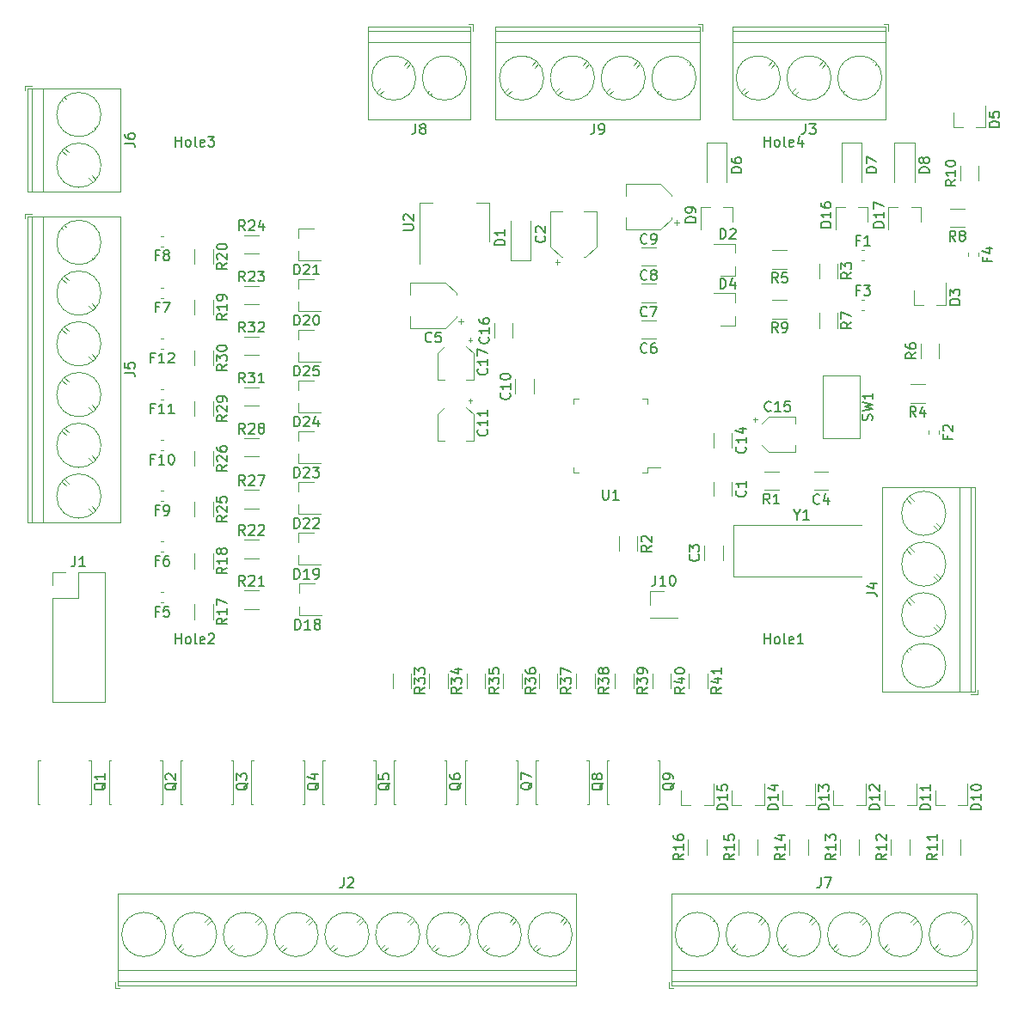
<source format=gbr>
G04 #@! TF.GenerationSoftware,KiCad,Pcbnew,5.1.8-db9833491~87~ubuntu18.04.1*
G04 #@! TF.CreationDate,2020-11-08T12:01:12+01:00*
G04 #@! TF.ProjectId,DAC ADC PWM IO,44414320-4144-4432-9050-574d20494f2e,rev?*
G04 #@! TF.SameCoordinates,Original*
G04 #@! TF.FileFunction,Legend,Top*
G04 #@! TF.FilePolarity,Positive*
%FSLAX46Y46*%
G04 Gerber Fmt 4.6, Leading zero omitted, Abs format (unit mm)*
G04 Created by KiCad (PCBNEW 5.1.8-db9833491~87~ubuntu18.04.1) date 2020-11-08 12:01:12*
%MOMM*%
%LPD*%
G01*
G04 APERTURE LIST*
%ADD10C,0.120000*%
%ADD11C,0.150000*%
G04 APERTURE END LIST*
D10*
G04 #@! TO.C,SW1*
X181210000Y-88140000D02*
X181210000Y-94260000D01*
X181210000Y-94260000D02*
X177590000Y-94260000D01*
X177590000Y-94260000D02*
X177590000Y-88140000D01*
X177590000Y-88140000D02*
X181210000Y-88140000D01*
G04 #@! TO.C,U1*
X160260000Y-97210000D02*
X161550000Y-97210000D01*
X160260000Y-97660000D02*
X160260000Y-97210000D01*
X159810000Y-97660000D02*
X160260000Y-97660000D01*
X153040000Y-97660000D02*
X153040000Y-97210000D01*
X153490000Y-97660000D02*
X153040000Y-97660000D01*
X160260000Y-90440000D02*
X160260000Y-90890000D01*
X159810000Y-90440000D02*
X160260000Y-90440000D01*
X153040000Y-90440000D02*
X153040000Y-90890000D01*
X153490000Y-90440000D02*
X153040000Y-90440000D01*
G04 #@! TO.C,U2*
X137890000Y-77150000D02*
X137890000Y-71140000D01*
X144710000Y-74900000D02*
X144710000Y-71140000D01*
X137890000Y-71140000D02*
X139150000Y-71140000D01*
X144710000Y-71140000D02*
X143450000Y-71140000D01*
G04 #@! TO.C,D1*
X146800000Y-76800000D02*
X148800000Y-76800000D01*
X148800000Y-76800000D02*
X148800000Y-72900000D01*
X146800000Y-76800000D02*
X146800000Y-72900000D01*
G04 #@! TO.C,Y1*
X181400000Y-102850000D02*
X168800000Y-102850000D01*
X168800000Y-102850000D02*
X168800000Y-107950000D01*
X168800000Y-107950000D02*
X181400000Y-107950000D01*
G04 #@! TO.C,J2*
X112880000Y-143200000D02*
G75*
G03*
X112880000Y-143200000I-2180000J0D01*
G01*
X117880000Y-143200000D02*
G75*
G03*
X117880000Y-143200000I-2180000J0D01*
G01*
X122880000Y-143200000D02*
G75*
G03*
X122880000Y-143200000I-2180000J0D01*
G01*
X127880000Y-143200000D02*
G75*
G03*
X127880000Y-143200000I-2180000J0D01*
G01*
X132880000Y-143200000D02*
G75*
G03*
X132880000Y-143200000I-2180000J0D01*
G01*
X137880000Y-143200000D02*
G75*
G03*
X137880000Y-143200000I-2180000J0D01*
G01*
X142880000Y-143200000D02*
G75*
G03*
X142880000Y-143200000I-2180000J0D01*
G01*
X147880000Y-143200000D02*
G75*
G03*
X147880000Y-143200000I-2180000J0D01*
G01*
X152880000Y-143200000D02*
G75*
G03*
X152880000Y-143200000I-2180000J0D01*
G01*
X108140000Y-147800000D02*
X153260000Y-147800000D01*
X108140000Y-146700000D02*
X153260000Y-146700000D01*
X108140000Y-139140000D02*
X153260000Y-139140000D01*
X108140000Y-148260000D02*
X153260000Y-148260000D01*
X108140000Y-139140000D02*
X108140000Y-148260000D01*
X153260000Y-139140000D02*
X153260000Y-148260000D01*
X112354000Y-141812000D02*
X112247000Y-141919000D01*
X109418000Y-144747000D02*
X109312000Y-144854000D01*
X112088000Y-141546000D02*
X111981000Y-141653000D01*
X109152000Y-144481000D02*
X109046000Y-144588000D01*
X117354000Y-141812000D02*
X116959000Y-142208000D01*
X114693000Y-144474000D02*
X114313000Y-144854000D01*
X117088000Y-141546000D02*
X116708000Y-141926000D01*
X114442000Y-144192000D02*
X114047000Y-144588000D01*
X122354000Y-141812000D02*
X121959000Y-142208000D01*
X119693000Y-144474000D02*
X119313000Y-144854000D01*
X122088000Y-141546000D02*
X121708000Y-141926000D01*
X119442000Y-144192000D02*
X119047000Y-144588000D01*
X127354000Y-141812000D02*
X126959000Y-142208000D01*
X124693000Y-144474000D02*
X124313000Y-144854000D01*
X127088000Y-141546000D02*
X126708000Y-141926000D01*
X124442000Y-144192000D02*
X124047000Y-144588000D01*
X132354000Y-141812000D02*
X131959000Y-142208000D01*
X129693000Y-144474000D02*
X129313000Y-144854000D01*
X132088000Y-141546000D02*
X131708000Y-141926000D01*
X129442000Y-144192000D02*
X129047000Y-144588000D01*
X137354000Y-141812000D02*
X136959000Y-142208000D01*
X134693000Y-144474000D02*
X134313000Y-144854000D01*
X137088000Y-141546000D02*
X136708000Y-141926000D01*
X134442000Y-144192000D02*
X134047000Y-144588000D01*
X142354000Y-141812000D02*
X141959000Y-142208000D01*
X139693000Y-144474000D02*
X139313000Y-144854000D01*
X142088000Y-141546000D02*
X141708000Y-141926000D01*
X139442000Y-144192000D02*
X139047000Y-144588000D01*
X147354000Y-141812000D02*
X146959000Y-142208000D01*
X144693000Y-144474000D02*
X144313000Y-144854000D01*
X147088000Y-141546000D02*
X146708000Y-141926000D01*
X144442000Y-144192000D02*
X144047000Y-144588000D01*
X152354000Y-141812000D02*
X151959000Y-142208000D01*
X149693000Y-144474000D02*
X149313000Y-144854000D01*
X152088000Y-141546000D02*
X151708000Y-141926000D01*
X149442000Y-144192000D02*
X149047000Y-144588000D01*
X107900000Y-147860000D02*
X107900000Y-148500000D01*
X107900000Y-148500000D02*
X108300000Y-148500000D01*
G04 #@! TO.C,J3*
X183380000Y-58800000D02*
G75*
G03*
X183380000Y-58800000I-2180000J0D01*
G01*
X178380000Y-58800000D02*
G75*
G03*
X178380000Y-58800000I-2180000J0D01*
G01*
X173380000Y-58800000D02*
G75*
G03*
X173380000Y-58800000I-2180000J0D01*
G01*
X183760000Y-54200000D02*
X168640000Y-54200000D01*
X183760000Y-55300000D02*
X168640000Y-55300000D01*
X183760000Y-62860000D02*
X168640000Y-62860000D01*
X183760000Y-53740000D02*
X168640000Y-53740000D01*
X183760000Y-62860000D02*
X183760000Y-53740000D01*
X168640000Y-62860000D02*
X168640000Y-53740000D01*
X179546000Y-60188000D02*
X179653000Y-60081000D01*
X182482000Y-57253000D02*
X182588000Y-57146000D01*
X179812000Y-60454000D02*
X179919000Y-60347000D01*
X182748000Y-57519000D02*
X182854000Y-57412000D01*
X174546000Y-60188000D02*
X174941000Y-59792000D01*
X177207000Y-57526000D02*
X177587000Y-57146000D01*
X174812000Y-60454000D02*
X175192000Y-60074000D01*
X177458000Y-57808000D02*
X177853000Y-57412000D01*
X169546000Y-60188000D02*
X169941000Y-59792000D01*
X172207000Y-57526000D02*
X172587000Y-57146000D01*
X169812000Y-60454000D02*
X170192000Y-60074000D01*
X172458000Y-57808000D02*
X172853000Y-57412000D01*
X184000000Y-54140000D02*
X184000000Y-53500000D01*
X184000000Y-53500000D02*
X183600000Y-53500000D01*
G04 #@! TO.C,J4*
X189680000Y-116700000D02*
G75*
G03*
X189680000Y-116700000I-2180000J0D01*
G01*
X189680000Y-111700000D02*
G75*
G03*
X189680000Y-111700000I-2180000J0D01*
G01*
X189680000Y-106700000D02*
G75*
G03*
X189680000Y-106700000I-2180000J0D01*
G01*
X189680000Y-101700000D02*
G75*
G03*
X189680000Y-101700000I-2180000J0D01*
G01*
X192100000Y-119260000D02*
X192100000Y-99139000D01*
X191000000Y-119260000D02*
X191000000Y-99139000D01*
X183440000Y-119260000D02*
X183440000Y-99139000D01*
X192560000Y-119260000D02*
X192560000Y-99139000D01*
X183440000Y-119260000D02*
X192560000Y-119260000D01*
X183440000Y-99139000D02*
X192560000Y-99139000D01*
X186112000Y-115046000D02*
X186219000Y-115153000D01*
X189047000Y-117982000D02*
X189154000Y-118088000D01*
X185846000Y-115312000D02*
X185953000Y-115419000D01*
X188781000Y-118248000D02*
X188888000Y-118354000D01*
X186112000Y-110046000D02*
X186508000Y-110441000D01*
X188774000Y-112707000D02*
X189154000Y-113087000D01*
X185846000Y-110312000D02*
X186226000Y-110692000D01*
X188492000Y-112958000D02*
X188888000Y-113353000D01*
X186112000Y-105046000D02*
X186508000Y-105441000D01*
X188774000Y-107707000D02*
X189154000Y-108087000D01*
X185846000Y-105312000D02*
X186226000Y-105692000D01*
X188492000Y-107958000D02*
X188888000Y-108353000D01*
X186112000Y-100046000D02*
X186508000Y-100441000D01*
X188774000Y-102707000D02*
X189154000Y-103087000D01*
X185846000Y-100312000D02*
X186226000Y-100692000D01*
X188492000Y-102958000D02*
X188888000Y-103353000D01*
X192160000Y-119500000D02*
X192800000Y-119500000D01*
X192800000Y-119500000D02*
X192800000Y-119100000D01*
G04 #@! TO.C,J5*
X99000000Y-72200000D02*
X99000000Y-72600000D01*
X99640000Y-72200000D02*
X99000000Y-72200000D01*
X103308000Y-98742000D02*
X102912000Y-98347000D01*
X105954000Y-101388000D02*
X105574000Y-101008000D01*
X103026000Y-98993000D02*
X102646000Y-98613000D01*
X105688000Y-101654000D02*
X105292000Y-101259000D01*
X103308000Y-93742000D02*
X102912000Y-93347000D01*
X105954000Y-96388000D02*
X105574000Y-96008000D01*
X103026000Y-93993000D02*
X102646000Y-93613000D01*
X105688000Y-96654000D02*
X105292000Y-96259000D01*
X103308000Y-88742000D02*
X102912000Y-88347000D01*
X105954000Y-91388000D02*
X105574000Y-91008000D01*
X103026000Y-88993000D02*
X102646000Y-88613000D01*
X105688000Y-91654000D02*
X105292000Y-91259000D01*
X103308000Y-83742000D02*
X102912000Y-83347000D01*
X105954000Y-86388000D02*
X105574000Y-86008000D01*
X103026000Y-83993000D02*
X102646000Y-83613000D01*
X105688000Y-86654000D02*
X105292000Y-86259000D01*
X103308000Y-78742000D02*
X102912000Y-78347000D01*
X105954000Y-81388000D02*
X105574000Y-81008000D01*
X103026000Y-78993000D02*
X102646000Y-78613000D01*
X105688000Y-81654000D02*
X105292000Y-81259000D01*
X103019000Y-73452000D02*
X102912000Y-73346000D01*
X105954000Y-76388000D02*
X105847000Y-76281000D01*
X102753000Y-73718000D02*
X102646000Y-73612000D01*
X105688000Y-76654000D02*
X105581000Y-76547000D01*
X108360000Y-102560000D02*
X99240000Y-102560000D01*
X108360000Y-72440000D02*
X99240000Y-72440000D01*
X99240000Y-72440000D02*
X99240000Y-102560000D01*
X108360000Y-72440000D02*
X108360000Y-102560000D01*
X100800000Y-72440000D02*
X100800000Y-102560000D01*
X99700000Y-72440000D02*
X99700000Y-102560000D01*
X106480000Y-100000000D02*
G75*
G03*
X106480000Y-100000000I-2180000J0D01*
G01*
X106480000Y-95000000D02*
G75*
G03*
X106480000Y-95000000I-2180000J0D01*
G01*
X106480000Y-90000000D02*
G75*
G03*
X106480000Y-90000000I-2180000J0D01*
G01*
X106480000Y-85000000D02*
G75*
G03*
X106480000Y-85000000I-2180000J0D01*
G01*
X106480000Y-80000000D02*
G75*
G03*
X106480000Y-80000000I-2180000J0D01*
G01*
X106480000Y-75000000D02*
G75*
G03*
X106480000Y-75000000I-2180000J0D01*
G01*
G04 #@! TO.C,J6*
X99000000Y-59600000D02*
X99000000Y-60000000D01*
X99640000Y-59600000D02*
X99000000Y-59600000D01*
X103308000Y-66142000D02*
X102912000Y-65747000D01*
X105954000Y-68788000D02*
X105574000Y-68408000D01*
X103026000Y-66393000D02*
X102646000Y-66013000D01*
X105688000Y-69054000D02*
X105292000Y-68659000D01*
X103019000Y-60852000D02*
X102912000Y-60746000D01*
X105954000Y-63788000D02*
X105847000Y-63681000D01*
X102753000Y-61118000D02*
X102646000Y-61012000D01*
X105688000Y-64054000D02*
X105581000Y-63947000D01*
X108360000Y-69960000D02*
X99240000Y-69960000D01*
X108360000Y-59840000D02*
X99240000Y-59840000D01*
X99240000Y-59840000D02*
X99240000Y-69960000D01*
X108360000Y-59840000D02*
X108360000Y-69960000D01*
X100800000Y-59840000D02*
X100800000Y-69960000D01*
X99700000Y-59840000D02*
X99700000Y-69960000D01*
X106480000Y-67400000D02*
G75*
G03*
X106480000Y-67400000I-2180000J0D01*
G01*
X106480000Y-62400000D02*
G75*
G03*
X106480000Y-62400000I-2180000J0D01*
G01*
G04 #@! TO.C,J7*
X167380000Y-143200000D02*
G75*
G03*
X167380000Y-143200000I-2180000J0D01*
G01*
X172380000Y-143200000D02*
G75*
G03*
X172380000Y-143200000I-2180000J0D01*
G01*
X177380000Y-143200000D02*
G75*
G03*
X177380000Y-143200000I-2180000J0D01*
G01*
X182380000Y-143200000D02*
G75*
G03*
X182380000Y-143200000I-2180000J0D01*
G01*
X187380000Y-143200000D02*
G75*
G03*
X187380000Y-143200000I-2180000J0D01*
G01*
X192380000Y-143200000D02*
G75*
G03*
X192380000Y-143200000I-2180000J0D01*
G01*
X162640000Y-147800000D02*
X192760000Y-147800000D01*
X162640000Y-146700000D02*
X192760000Y-146700000D01*
X162640000Y-139140000D02*
X192760000Y-139140000D01*
X162640000Y-148260000D02*
X192760000Y-148260000D01*
X162640000Y-139140000D02*
X162640000Y-148260000D01*
X192760000Y-139140000D02*
X192760000Y-148260000D01*
X166854000Y-141812000D02*
X166747000Y-141919000D01*
X163918000Y-144747000D02*
X163812000Y-144854000D01*
X166588000Y-141546000D02*
X166481000Y-141653000D01*
X163652000Y-144481000D02*
X163546000Y-144588000D01*
X171854000Y-141812000D02*
X171459000Y-142208000D01*
X169193000Y-144474000D02*
X168813000Y-144854000D01*
X171588000Y-141546000D02*
X171208000Y-141926000D01*
X168942000Y-144192000D02*
X168547000Y-144588000D01*
X176854000Y-141812000D02*
X176459000Y-142208000D01*
X174193000Y-144474000D02*
X173813000Y-144854000D01*
X176588000Y-141546000D02*
X176208000Y-141926000D01*
X173942000Y-144192000D02*
X173547000Y-144588000D01*
X181854000Y-141812000D02*
X181459000Y-142208000D01*
X179193000Y-144474000D02*
X178813000Y-144854000D01*
X181588000Y-141546000D02*
X181208000Y-141926000D01*
X178942000Y-144192000D02*
X178547000Y-144588000D01*
X186854000Y-141812000D02*
X186459000Y-142208000D01*
X184193000Y-144474000D02*
X183813000Y-144854000D01*
X186588000Y-141546000D02*
X186208000Y-141926000D01*
X183942000Y-144192000D02*
X183547000Y-144588000D01*
X191854000Y-141812000D02*
X191459000Y-142208000D01*
X189193000Y-144474000D02*
X188813000Y-144854000D01*
X191588000Y-141546000D02*
X191208000Y-141926000D01*
X188942000Y-144192000D02*
X188547000Y-144588000D01*
X162400000Y-147860000D02*
X162400000Y-148500000D01*
X162400000Y-148500000D02*
X162800000Y-148500000D01*
G04 #@! TO.C,J8*
X142480000Y-58800000D02*
G75*
G03*
X142480000Y-58800000I-2180000J0D01*
G01*
X137480000Y-58800000D02*
G75*
G03*
X137480000Y-58800000I-2180000J0D01*
G01*
X142860000Y-54200000D02*
X132740000Y-54200000D01*
X142860000Y-55300000D02*
X132740000Y-55300000D01*
X142860000Y-62860000D02*
X132740000Y-62860000D01*
X142860000Y-53740000D02*
X132740000Y-53740000D01*
X142860000Y-62860000D02*
X142860000Y-53740000D01*
X132740000Y-62860000D02*
X132740000Y-53740000D01*
X138646000Y-60188000D02*
X138753000Y-60081000D01*
X141582000Y-57253000D02*
X141688000Y-57146000D01*
X138912000Y-60454000D02*
X139019000Y-60347000D01*
X141848000Y-57519000D02*
X141954000Y-57412000D01*
X133646000Y-60188000D02*
X134041000Y-59792000D01*
X136307000Y-57526000D02*
X136687000Y-57146000D01*
X133912000Y-60454000D02*
X134292000Y-60074000D01*
X136558000Y-57808000D02*
X136953000Y-57412000D01*
X143100000Y-54140000D02*
X143100000Y-53500000D01*
X143100000Y-53500000D02*
X142700000Y-53500000D01*
G04 #@! TO.C,D6*
X168100000Y-65150000D02*
X166100000Y-65150000D01*
X166100000Y-65150000D02*
X166100000Y-69050000D01*
X168100000Y-65150000D02*
X168100000Y-69050000D01*
G04 #@! TO.C,D7*
X181400000Y-65150000D02*
X181400000Y-69050000D01*
X179400000Y-65150000D02*
X179400000Y-69050000D01*
X181400000Y-65150000D02*
X179400000Y-65150000D01*
G04 #@! TO.C,D8*
X186600000Y-65150000D02*
X184600000Y-65150000D01*
X184600000Y-65150000D02*
X184600000Y-69050000D01*
X186600000Y-65150000D02*
X186600000Y-69050000D01*
G04 #@! TO.C,Q1*
X105500000Y-126085000D02*
X105300000Y-126085000D01*
X105500000Y-130385000D02*
X105500000Y-126085000D01*
X105350000Y-130385000D02*
X105500000Y-130385000D01*
X100300000Y-130385000D02*
X100450000Y-130385000D01*
X100300000Y-126085000D02*
X100300000Y-130385000D01*
X100500000Y-126085000D02*
X100300000Y-126085000D01*
G04 #@! TO.C,Q2*
X107500000Y-126085000D02*
X107300000Y-126085000D01*
X107300000Y-126085000D02*
X107300000Y-130385000D01*
X107300000Y-130385000D02*
X107450000Y-130385000D01*
X112350000Y-130385000D02*
X112500000Y-130385000D01*
X112500000Y-130385000D02*
X112500000Y-126085000D01*
X112500000Y-126085000D02*
X112300000Y-126085000D01*
G04 #@! TO.C,Q3*
X119500000Y-126085000D02*
X119300000Y-126085000D01*
X119500000Y-130385000D02*
X119500000Y-126085000D01*
X119350000Y-130385000D02*
X119500000Y-130385000D01*
X114300000Y-130385000D02*
X114450000Y-130385000D01*
X114300000Y-126085000D02*
X114300000Y-130385000D01*
X114500000Y-126085000D02*
X114300000Y-126085000D01*
G04 #@! TO.C,Q4*
X126500000Y-126085000D02*
X126300000Y-126085000D01*
X126500000Y-130385000D02*
X126500000Y-126085000D01*
X126350000Y-130385000D02*
X126500000Y-130385000D01*
X121300000Y-130385000D02*
X121450000Y-130385000D01*
X121300000Y-126085000D02*
X121300000Y-130385000D01*
X121500000Y-126085000D02*
X121300000Y-126085000D01*
G04 #@! TO.C,Q5*
X128500000Y-126085000D02*
X128300000Y-126085000D01*
X128300000Y-126085000D02*
X128300000Y-130385000D01*
X128300000Y-130385000D02*
X128450000Y-130385000D01*
X133350000Y-130385000D02*
X133500000Y-130385000D01*
X133500000Y-130385000D02*
X133500000Y-126085000D01*
X133500000Y-126085000D02*
X133300000Y-126085000D01*
G04 #@! TO.C,Q6*
X140500000Y-126085000D02*
X140300000Y-126085000D01*
X140500000Y-130385000D02*
X140500000Y-126085000D01*
X140350000Y-130385000D02*
X140500000Y-130385000D01*
X135300000Y-130385000D02*
X135450000Y-130385000D01*
X135300000Y-126085000D02*
X135300000Y-130385000D01*
X135500000Y-126085000D02*
X135300000Y-126085000D01*
G04 #@! TO.C,Q7*
X147500000Y-126050000D02*
X147300000Y-126050000D01*
X147500000Y-130350000D02*
X147500000Y-126050000D01*
X147350000Y-130350000D02*
X147500000Y-130350000D01*
X142300000Y-130350000D02*
X142450000Y-130350000D01*
X142300000Y-126050000D02*
X142300000Y-130350000D01*
X142500000Y-126050000D02*
X142300000Y-126050000D01*
G04 #@! TO.C,Q8*
X149500000Y-126085000D02*
X149300000Y-126085000D01*
X149300000Y-126085000D02*
X149300000Y-130385000D01*
X149300000Y-130385000D02*
X149450000Y-130385000D01*
X154350000Y-130385000D02*
X154500000Y-130385000D01*
X154500000Y-130385000D02*
X154500000Y-126085000D01*
X154500000Y-126085000D02*
X154300000Y-126085000D01*
G04 #@! TO.C,Q9*
X156500000Y-126085000D02*
X156300000Y-126085000D01*
X156300000Y-126085000D02*
X156300000Y-130385000D01*
X156300000Y-130385000D02*
X156450000Y-130385000D01*
X161350000Y-130385000D02*
X161500000Y-130385000D01*
X161500000Y-130385000D02*
X161500000Y-126085000D01*
X161500000Y-126085000D02*
X161300000Y-126085000D01*
G04 #@! TO.C,J1*
X101670000Y-107470000D02*
X103000000Y-107470000D01*
X101670000Y-108800000D02*
X101670000Y-107470000D01*
X104270000Y-107470000D02*
X106870000Y-107470000D01*
X104270000Y-110070000D02*
X104270000Y-107470000D01*
X101670000Y-110070000D02*
X104270000Y-110070000D01*
X106870000Y-107470000D02*
X106870000Y-120290000D01*
X101670000Y-110070000D02*
X101670000Y-120290000D01*
X101670000Y-120290000D02*
X106870000Y-120290000D01*
G04 #@! TO.C,J10*
X160570000Y-109370000D02*
X161900000Y-109370000D01*
X160570000Y-110700000D02*
X160570000Y-109370000D01*
X160570000Y-111970000D02*
X163230000Y-111970000D01*
X163230000Y-111970000D02*
X163230000Y-112030000D01*
X160570000Y-111970000D02*
X160570000Y-112030000D01*
X160570000Y-112030000D02*
X163230000Y-112030000D01*
G04 #@! TO.C,D2*
X168960000Y-78280000D02*
X167500000Y-78280000D01*
X168960000Y-75120000D02*
X166800000Y-75120000D01*
X168960000Y-75120000D02*
X168960000Y-76050000D01*
X168960000Y-78280000D02*
X168960000Y-77350000D01*
G04 #@! TO.C,D3*
X186520000Y-81160000D02*
X187450000Y-81160000D01*
X189680000Y-81160000D02*
X188750000Y-81160000D01*
X189680000Y-81160000D02*
X189680000Y-79000000D01*
X186520000Y-81160000D02*
X186520000Y-79700000D01*
G04 #@! TO.C,D4*
X168960000Y-83180000D02*
X168960000Y-82250000D01*
X168960000Y-80020000D02*
X168960000Y-80950000D01*
X168960000Y-80020000D02*
X166800000Y-80020000D01*
X168960000Y-83180000D02*
X167500000Y-83180000D01*
G04 #@! TO.C,D5*
X190420000Y-63660000D02*
X190420000Y-62200000D01*
X193580000Y-63660000D02*
X193580000Y-61500000D01*
X193580000Y-63660000D02*
X192650000Y-63660000D01*
X190420000Y-63660000D02*
X191350000Y-63660000D01*
G04 #@! TO.C,D9*
X168680000Y-71540000D02*
X168680000Y-73000000D01*
X165520000Y-71540000D02*
X165520000Y-73700000D01*
X165520000Y-71540000D02*
X166450000Y-71540000D01*
X168680000Y-71540000D02*
X167750000Y-71540000D01*
G04 #@! TO.C,D10*
X188620000Y-130460000D02*
X189550000Y-130460000D01*
X191780000Y-130460000D02*
X190850000Y-130460000D01*
X191780000Y-130460000D02*
X191780000Y-128300000D01*
X188620000Y-130460000D02*
X188620000Y-129000000D01*
G04 #@! TO.C,D11*
X183620000Y-130460000D02*
X184550000Y-130460000D01*
X186780000Y-130460000D02*
X185850000Y-130460000D01*
X186780000Y-130460000D02*
X186780000Y-128300000D01*
X183620000Y-130460000D02*
X183620000Y-129000000D01*
G04 #@! TO.C,D12*
X178620000Y-130460000D02*
X179550000Y-130460000D01*
X181780000Y-130460000D02*
X180850000Y-130460000D01*
X181780000Y-130460000D02*
X181780000Y-128300000D01*
X178620000Y-130460000D02*
X178620000Y-129000000D01*
G04 #@! TO.C,D13*
X173620000Y-130460000D02*
X173620000Y-129000000D01*
X176780000Y-130460000D02*
X176780000Y-128300000D01*
X176780000Y-130460000D02*
X175850000Y-130460000D01*
X173620000Y-130460000D02*
X174550000Y-130460000D01*
G04 #@! TO.C,D14*
X168620000Y-130460000D02*
X168620000Y-129000000D01*
X171780000Y-130460000D02*
X171780000Y-128300000D01*
X171780000Y-130460000D02*
X170850000Y-130460000D01*
X168620000Y-130460000D02*
X169550000Y-130460000D01*
G04 #@! TO.C,D15*
X163620000Y-130460000D02*
X164550000Y-130460000D01*
X166780000Y-130460000D02*
X165850000Y-130460000D01*
X166780000Y-130460000D02*
X166780000Y-128300000D01*
X163620000Y-130460000D02*
X163620000Y-129000000D01*
G04 #@! TO.C,D16*
X181980000Y-71540000D02*
X181980000Y-73000000D01*
X178820000Y-71540000D02*
X178820000Y-73700000D01*
X178820000Y-71540000D02*
X179750000Y-71540000D01*
X181980000Y-71540000D02*
X181050000Y-71540000D01*
G04 #@! TO.C,D17*
X187180000Y-71540000D02*
X186250000Y-71540000D01*
X184020000Y-71540000D02*
X184950000Y-71540000D01*
X184020000Y-71540000D02*
X184020000Y-73700000D01*
X187180000Y-71540000D02*
X187180000Y-73000000D01*
G04 #@! TO.C,D18*
X126040000Y-108620000D02*
X127500000Y-108620000D01*
X126040000Y-111780000D02*
X128200000Y-111780000D01*
X126040000Y-111780000D02*
X126040000Y-110850000D01*
X126040000Y-108620000D02*
X126040000Y-109550000D01*
G04 #@! TO.C,D19*
X125940000Y-103620000D02*
X127400000Y-103620000D01*
X125940000Y-106780000D02*
X128100000Y-106780000D01*
X125940000Y-106780000D02*
X125940000Y-105850000D01*
X125940000Y-103620000D02*
X125940000Y-104550000D01*
G04 #@! TO.C,D20*
X125940000Y-78620000D02*
X125940000Y-79550000D01*
X125940000Y-81780000D02*
X125940000Y-80850000D01*
X125940000Y-81780000D02*
X128100000Y-81780000D01*
X125940000Y-78620000D02*
X127400000Y-78620000D01*
G04 #@! TO.C,D21*
X125940000Y-73620000D02*
X127400000Y-73620000D01*
X125940000Y-76780000D02*
X128100000Y-76780000D01*
X125940000Y-76780000D02*
X125940000Y-75850000D01*
X125940000Y-73620000D02*
X125940000Y-74550000D01*
G04 #@! TO.C,D22*
X125940000Y-98620000D02*
X125940000Y-99550000D01*
X125940000Y-101780000D02*
X125940000Y-100850000D01*
X125940000Y-101780000D02*
X128100000Y-101780000D01*
X125940000Y-98620000D02*
X127400000Y-98620000D01*
G04 #@! TO.C,D23*
X125940000Y-93620000D02*
X125940000Y-94550000D01*
X125940000Y-96780000D02*
X125940000Y-95850000D01*
X125940000Y-96780000D02*
X128100000Y-96780000D01*
X125940000Y-93620000D02*
X127400000Y-93620000D01*
G04 #@! TO.C,D24*
X125940000Y-88620000D02*
X127400000Y-88620000D01*
X125940000Y-91780000D02*
X128100000Y-91780000D01*
X125940000Y-91780000D02*
X125940000Y-90850000D01*
X125940000Y-88620000D02*
X125940000Y-89550000D01*
G04 #@! TO.C,D25*
X125940000Y-83620000D02*
X125940000Y-84550000D01*
X125940000Y-86780000D02*
X125940000Y-85850000D01*
X125940000Y-86780000D02*
X128100000Y-86780000D01*
X125940000Y-83620000D02*
X127400000Y-83620000D01*
G04 #@! TO.C,C5*
X141950000Y-83010000D02*
X141950000Y-82510000D01*
X142200000Y-82760000D02*
X141700000Y-82760000D01*
X141460000Y-80004437D02*
X140395563Y-78940000D01*
X141460000Y-82395563D02*
X140395563Y-83460000D01*
X141460000Y-82395563D02*
X141460000Y-82260000D01*
X141460000Y-80004437D02*
X141460000Y-80140000D01*
X140395563Y-78940000D02*
X136940000Y-78940000D01*
X140395563Y-83460000D02*
X136940000Y-83460000D01*
X136940000Y-83460000D02*
X136940000Y-82260000D01*
X136940000Y-78940000D02*
X136940000Y-80140000D01*
G04 #@! TO.C,C2*
X151190000Y-76950000D02*
X151690000Y-76950000D01*
X151440000Y-77200000D02*
X151440000Y-76700000D01*
X154195563Y-76460000D02*
X155260000Y-75395563D01*
X151804437Y-76460000D02*
X150740000Y-75395563D01*
X151804437Y-76460000D02*
X151940000Y-76460000D01*
X154195563Y-76460000D02*
X154060000Y-76460000D01*
X155260000Y-75395563D02*
X155260000Y-71940000D01*
X150740000Y-75395563D02*
X150740000Y-71940000D01*
X150740000Y-71940000D02*
X151940000Y-71940000D01*
X155260000Y-71940000D02*
X154060000Y-71940000D01*
G04 #@! TO.C,C8*
X161111252Y-75490000D02*
X159688748Y-75490000D01*
X161111252Y-77310000D02*
X159688748Y-77310000D01*
G04 #@! TO.C,C7*
X161111252Y-79090000D02*
X159688748Y-79090000D01*
X161111252Y-80910000D02*
X159688748Y-80910000D01*
G04 #@! TO.C,C6*
X161111252Y-82690000D02*
X159688748Y-82690000D01*
X161111252Y-84510000D02*
X159688748Y-84510000D01*
G04 #@! TO.C,C10*
X149110000Y-89911252D02*
X149110000Y-88488748D01*
X147290000Y-89911252D02*
X147290000Y-88488748D01*
G04 #@! TO.C,C16*
X147010000Y-84411252D02*
X147010000Y-82988748D01*
X145190000Y-84411252D02*
X145190000Y-82988748D01*
G04 #@! TO.C,C14*
X166790000Y-93788748D02*
X166790000Y-95211252D01*
X168610000Y-93788748D02*
X168610000Y-95211252D01*
G04 #@! TO.C,C1*
X166790000Y-98588748D02*
X166790000Y-100011252D01*
X168610000Y-98588748D02*
X168610000Y-100011252D01*
G04 #@! TO.C,C4*
X178111252Y-97590000D02*
X176688748Y-97590000D01*
X178111252Y-99410000D02*
X176688748Y-99410000D01*
G04 #@! TO.C,C3*
X167710000Y-106311252D02*
X167710000Y-104888748D01*
X165890000Y-106311252D02*
X165890000Y-104888748D01*
G04 #@! TO.C,C11*
X143022500Y-90612500D02*
X142647500Y-90612500D01*
X142835000Y-90425000D02*
X142835000Y-90800000D01*
X140340000Y-91229437D02*
X139640000Y-91929437D01*
X142460000Y-91229437D02*
X143160000Y-91929437D01*
X139640000Y-91929437D02*
X139640000Y-94560000D01*
X143160000Y-91929437D02*
X143160000Y-94560000D01*
X143160000Y-94560000D02*
X142460000Y-94560000D01*
X139640000Y-94560000D02*
X140340000Y-94560000D01*
G04 #@! TO.C,C17*
X143022500Y-84612500D02*
X142647500Y-84612500D01*
X142835000Y-84425000D02*
X142835000Y-84800000D01*
X140340000Y-85229437D02*
X139640000Y-85929437D01*
X142460000Y-85229437D02*
X143160000Y-85929437D01*
X139640000Y-85929437D02*
X139640000Y-88560000D01*
X143160000Y-85929437D02*
X143160000Y-88560000D01*
X143160000Y-88560000D02*
X142460000Y-88560000D01*
X139640000Y-88560000D02*
X140340000Y-88560000D01*
G04 #@! TO.C,C15*
X170912500Y-92277500D02*
X170912500Y-92652500D01*
X170725000Y-92465000D02*
X171100000Y-92465000D01*
X171529437Y-94960000D02*
X172229437Y-95660000D01*
X171529437Y-92840000D02*
X172229437Y-92140000D01*
X172229437Y-95660000D02*
X174860000Y-95660000D01*
X172229437Y-92140000D02*
X174860000Y-92140000D01*
X174860000Y-92140000D02*
X174860000Y-92840000D01*
X174860000Y-95660000D02*
X174860000Y-94960000D01*
G04 #@! TO.C,C9*
X163150000Y-73310000D02*
X163150000Y-72810000D01*
X163400000Y-73060000D02*
X162900000Y-73060000D01*
X162660000Y-70304437D02*
X161595563Y-69240000D01*
X162660000Y-72695563D02*
X161595563Y-73760000D01*
X162660000Y-72695563D02*
X162660000Y-72560000D01*
X162660000Y-70304437D02*
X162660000Y-70440000D01*
X161595563Y-69240000D02*
X158140000Y-69240000D01*
X161595563Y-73760000D02*
X158140000Y-73760000D01*
X158140000Y-73760000D02*
X158140000Y-72560000D01*
X158140000Y-69240000D02*
X158140000Y-70440000D01*
G04 #@! TO.C,F12*
X112662779Y-84490000D02*
X112337221Y-84490000D01*
X112662779Y-85510000D02*
X112337221Y-85510000D01*
G04 #@! TO.C,F11*
X112662779Y-89490000D02*
X112337221Y-89490000D01*
X112662779Y-90510000D02*
X112337221Y-90510000D01*
G04 #@! TO.C,F10*
X112662779Y-94490000D02*
X112337221Y-94490000D01*
X112662779Y-95510000D02*
X112337221Y-95510000D01*
G04 #@! TO.C,F9*
X112662779Y-99490000D02*
X112337221Y-99490000D01*
X112662779Y-100510000D02*
X112337221Y-100510000D01*
G04 #@! TO.C,F6*
X112662779Y-104490000D02*
X112337221Y-104490000D01*
X112662779Y-105510000D02*
X112337221Y-105510000D01*
G04 #@! TO.C,F5*
X112662779Y-109490000D02*
X112337221Y-109490000D01*
X112662779Y-110510000D02*
X112337221Y-110510000D01*
G04 #@! TO.C,R16*
X166110000Y-135327064D02*
X166110000Y-133872936D01*
X164290000Y-135327064D02*
X164290000Y-133872936D01*
G04 #@! TO.C,R15*
X171110000Y-135327064D02*
X171110000Y-133872936D01*
X169290000Y-135327064D02*
X169290000Y-133872936D01*
G04 #@! TO.C,R14*
X176110000Y-135327064D02*
X176110000Y-133872936D01*
X174290000Y-135327064D02*
X174290000Y-133872936D01*
G04 #@! TO.C,R13*
X181110000Y-135327064D02*
X181110000Y-133872936D01*
X179290000Y-135327064D02*
X179290000Y-133872936D01*
G04 #@! TO.C,R12*
X186110000Y-135327064D02*
X186110000Y-133872936D01*
X184290000Y-135327064D02*
X184290000Y-133872936D01*
G04 #@! TO.C,R11*
X191110000Y-135327064D02*
X191110000Y-133872936D01*
X189290000Y-135327064D02*
X189290000Y-133872936D01*
G04 #@! TO.C,R33*
X135190000Y-117472936D02*
X135190000Y-118927064D01*
X137010000Y-117472936D02*
X137010000Y-118927064D01*
G04 #@! TO.C,R34*
X138790000Y-117472936D02*
X138790000Y-118927064D01*
X140610000Y-117472936D02*
X140610000Y-118927064D01*
G04 #@! TO.C,R35*
X142490000Y-117472936D02*
X142490000Y-118927064D01*
X144310000Y-117472936D02*
X144310000Y-118927064D01*
G04 #@! TO.C,R36*
X146090000Y-117472936D02*
X146090000Y-118927064D01*
X147910000Y-117472936D02*
X147910000Y-118927064D01*
G04 #@! TO.C,R37*
X149590000Y-117472936D02*
X149590000Y-118927064D01*
X151410000Y-117472936D02*
X151410000Y-118927064D01*
G04 #@! TO.C,R38*
X153290000Y-117472936D02*
X153290000Y-118927064D01*
X155110000Y-117472936D02*
X155110000Y-118927064D01*
G04 #@! TO.C,R39*
X157090000Y-117472936D02*
X157090000Y-118927064D01*
X158910000Y-117472936D02*
X158910000Y-118927064D01*
G04 #@! TO.C,R40*
X160790000Y-117472936D02*
X160790000Y-118927064D01*
X162610000Y-117472936D02*
X162610000Y-118927064D01*
G04 #@! TO.C,R41*
X164390000Y-117472936D02*
X164390000Y-118927064D01*
X166210000Y-117472936D02*
X166210000Y-118927064D01*
G04 #@! TO.C,R2*
X157490000Y-103972936D02*
X157490000Y-105427064D01*
X159310000Y-103972936D02*
X159310000Y-105427064D01*
G04 #@! TO.C,R1*
X173227064Y-97590000D02*
X171772936Y-97590000D01*
X173227064Y-99410000D02*
X171772936Y-99410000D01*
G04 #@! TO.C,R4*
X187627064Y-88990000D02*
X186172936Y-88990000D01*
X187627064Y-90810000D02*
X186172936Y-90810000D01*
G04 #@! TO.C,F2*
X187990000Y-93537221D02*
X187990000Y-93862779D01*
X189010000Y-93537221D02*
X189010000Y-93862779D01*
G04 #@! TO.C,R6*
X189010000Y-86427064D02*
X189010000Y-84972936D01*
X187190000Y-86427064D02*
X187190000Y-84972936D01*
G04 #@! TO.C,F4*
X191890000Y-76037221D02*
X191890000Y-76362779D01*
X192910000Y-76037221D02*
X192910000Y-76362779D01*
G04 #@! TO.C,R8*
X191527064Y-71690000D02*
X190072936Y-71690000D01*
X191527064Y-73510000D02*
X190072936Y-73510000D01*
G04 #@! TO.C,R10*
X192910000Y-68927064D02*
X192910000Y-67472936D01*
X191090000Y-68927064D02*
X191090000Y-67472936D01*
G04 #@! TO.C,R9*
X174027064Y-80690000D02*
X172572936Y-80690000D01*
X174027064Y-82510000D02*
X172572936Y-82510000D01*
G04 #@! TO.C,R7*
X177190000Y-81972936D02*
X177190000Y-83427064D01*
X179010000Y-81972936D02*
X179010000Y-83427064D01*
G04 #@! TO.C,R5*
X174027064Y-75790000D02*
X172572936Y-75790000D01*
X174027064Y-77610000D02*
X172572936Y-77610000D01*
G04 #@! TO.C,R3*
X177190000Y-77072936D02*
X177190000Y-78527064D01*
X179010000Y-77072936D02*
X179010000Y-78527064D01*
G04 #@! TO.C,F1*
X181337221Y-76810000D02*
X181662779Y-76810000D01*
X181337221Y-75790000D02*
X181662779Y-75790000D01*
G04 #@! TO.C,F3*
X181337221Y-81710000D02*
X181662779Y-81710000D01*
X181337221Y-80690000D02*
X181662779Y-80690000D01*
G04 #@! TO.C,F8*
X112662779Y-74390000D02*
X112337221Y-74390000D01*
X112662779Y-75410000D02*
X112337221Y-75410000D01*
G04 #@! TO.C,F7*
X112662779Y-79490000D02*
X112337221Y-79490000D01*
X112662779Y-80510000D02*
X112337221Y-80510000D01*
G04 #@! TO.C,R17*
X115690000Y-110672936D02*
X115690000Y-112127064D01*
X117510000Y-110672936D02*
X117510000Y-112127064D01*
G04 #@! TO.C,R21*
X120572936Y-111110000D02*
X122027064Y-111110000D01*
X120572936Y-109290000D02*
X122027064Y-109290000D01*
G04 #@! TO.C,R18*
X115690000Y-105672936D02*
X115690000Y-107127064D01*
X117510000Y-105672936D02*
X117510000Y-107127064D01*
G04 #@! TO.C,R22*
X120572936Y-106110000D02*
X122027064Y-106110000D01*
X120572936Y-104290000D02*
X122027064Y-104290000D01*
G04 #@! TO.C,R29*
X115690000Y-90672936D02*
X115690000Y-92127064D01*
X117510000Y-90672936D02*
X117510000Y-92127064D01*
G04 #@! TO.C,R31*
X120572936Y-91110000D02*
X122027064Y-91110000D01*
X120572936Y-89290000D02*
X122027064Y-89290000D01*
G04 #@! TO.C,R19*
X115690000Y-80672936D02*
X115690000Y-82127064D01*
X117510000Y-80672936D02*
X117510000Y-82127064D01*
G04 #@! TO.C,R23*
X120572936Y-81110000D02*
X122027064Y-81110000D01*
X120572936Y-79290000D02*
X122027064Y-79290000D01*
G04 #@! TO.C,R20*
X115690000Y-75672936D02*
X115690000Y-77127064D01*
X117510000Y-75672936D02*
X117510000Y-77127064D01*
G04 #@! TO.C,R24*
X120572936Y-76110000D02*
X122027064Y-76110000D01*
X120572936Y-74290000D02*
X122027064Y-74290000D01*
G04 #@! TO.C,R26*
X115690000Y-95572936D02*
X115690000Y-97027064D01*
X117510000Y-95572936D02*
X117510000Y-97027064D01*
G04 #@! TO.C,R25*
X115690000Y-100572936D02*
X115690000Y-102027064D01*
X117510000Y-100572936D02*
X117510000Y-102027064D01*
G04 #@! TO.C,R28*
X120572936Y-96110000D02*
X122027064Y-96110000D01*
X120572936Y-94290000D02*
X122027064Y-94290000D01*
G04 #@! TO.C,R27*
X120577937Y-101210000D02*
X122032065Y-101210000D01*
X120577937Y-99390000D02*
X122032065Y-99390000D01*
G04 #@! TO.C,R32*
X120572936Y-86110000D02*
X122027064Y-86110000D01*
X120572936Y-84290000D02*
X122027064Y-84290000D01*
G04 #@! TO.C,R30*
X115690000Y-85672936D02*
X115690000Y-87127064D01*
X117510000Y-85672936D02*
X117510000Y-87127064D01*
G04 #@! TO.C,J9*
X165700000Y-53500000D02*
X165300000Y-53500000D01*
X165700000Y-54140000D02*
X165700000Y-53500000D01*
X149158000Y-57808000D02*
X149553000Y-57412000D01*
X146512000Y-60454000D02*
X146892000Y-60074000D01*
X148907000Y-57526000D02*
X149287000Y-57146000D01*
X146246000Y-60188000D02*
X146641000Y-59792000D01*
X154158000Y-57808000D02*
X154553000Y-57412000D01*
X151512000Y-60454000D02*
X151892000Y-60074000D01*
X153907000Y-57526000D02*
X154287000Y-57146000D01*
X151246000Y-60188000D02*
X151641000Y-59792000D01*
X159158000Y-57808000D02*
X159553000Y-57412000D01*
X156512000Y-60454000D02*
X156892000Y-60074000D01*
X158907000Y-57526000D02*
X159287000Y-57146000D01*
X156246000Y-60188000D02*
X156641000Y-59792000D01*
X164448000Y-57519000D02*
X164554000Y-57412000D01*
X161512000Y-60454000D02*
X161619000Y-60347000D01*
X164182000Y-57253000D02*
X164288000Y-57146000D01*
X161246000Y-60188000D02*
X161353000Y-60081000D01*
X145339000Y-62860000D02*
X145339000Y-53740000D01*
X165460000Y-62860000D02*
X165460000Y-53740000D01*
X165460000Y-53740000D02*
X145339000Y-53740000D01*
X165460000Y-62860000D02*
X145339000Y-62860000D01*
X165460000Y-55300000D02*
X145339000Y-55300000D01*
X165460000Y-54200000D02*
X145339000Y-54200000D01*
X150080000Y-58800000D02*
G75*
G03*
X150080000Y-58800000I-2180000J0D01*
G01*
X155080000Y-58800000D02*
G75*
G03*
X155080000Y-58800000I-2180000J0D01*
G01*
X160080000Y-58800000D02*
G75*
G03*
X160080000Y-58800000I-2180000J0D01*
G01*
X165080000Y-58800000D02*
G75*
G03*
X165080000Y-58800000I-2180000J0D01*
G01*
G04 #@! TO.C,SW1*
D11*
X182404761Y-92533333D02*
X182452380Y-92390476D01*
X182452380Y-92152380D01*
X182404761Y-92057142D01*
X182357142Y-92009523D01*
X182261904Y-91961904D01*
X182166666Y-91961904D01*
X182071428Y-92009523D01*
X182023809Y-92057142D01*
X181976190Y-92152380D01*
X181928571Y-92342857D01*
X181880952Y-92438095D01*
X181833333Y-92485714D01*
X181738095Y-92533333D01*
X181642857Y-92533333D01*
X181547619Y-92485714D01*
X181500000Y-92438095D01*
X181452380Y-92342857D01*
X181452380Y-92104761D01*
X181500000Y-91961904D01*
X181452380Y-91628571D02*
X182452380Y-91390476D01*
X181738095Y-91200000D01*
X182452380Y-91009523D01*
X181452380Y-90771428D01*
X182452380Y-89866666D02*
X182452380Y-90438095D01*
X182452380Y-90152380D02*
X181452380Y-90152380D01*
X181595238Y-90247619D01*
X181690476Y-90342857D01*
X181738095Y-90438095D01*
G04 #@! TO.C,Hole1*
X171795238Y-114552380D02*
X171795238Y-113552380D01*
X171795238Y-114028571D02*
X172366666Y-114028571D01*
X172366666Y-114552380D02*
X172366666Y-113552380D01*
X172985714Y-114552380D02*
X172890476Y-114504761D01*
X172842857Y-114457142D01*
X172795238Y-114361904D01*
X172795238Y-114076190D01*
X172842857Y-113980952D01*
X172890476Y-113933333D01*
X172985714Y-113885714D01*
X173128571Y-113885714D01*
X173223809Y-113933333D01*
X173271428Y-113980952D01*
X173319047Y-114076190D01*
X173319047Y-114361904D01*
X173271428Y-114457142D01*
X173223809Y-114504761D01*
X173128571Y-114552380D01*
X172985714Y-114552380D01*
X173890476Y-114552380D02*
X173795238Y-114504761D01*
X173747619Y-114409523D01*
X173747619Y-113552380D01*
X174652380Y-114504761D02*
X174557142Y-114552380D01*
X174366666Y-114552380D01*
X174271428Y-114504761D01*
X174223809Y-114409523D01*
X174223809Y-114028571D01*
X174271428Y-113933333D01*
X174366666Y-113885714D01*
X174557142Y-113885714D01*
X174652380Y-113933333D01*
X174700000Y-114028571D01*
X174700000Y-114123809D01*
X174223809Y-114219047D01*
X175652380Y-114552380D02*
X175080952Y-114552380D01*
X175366666Y-114552380D02*
X175366666Y-113552380D01*
X175271428Y-113695238D01*
X175176190Y-113790476D01*
X175080952Y-113838095D01*
G04 #@! TO.C,Hole4*
X171795238Y-65552380D02*
X171795238Y-64552380D01*
X171795238Y-65028571D02*
X172366666Y-65028571D01*
X172366666Y-65552380D02*
X172366666Y-64552380D01*
X172985714Y-65552380D02*
X172890476Y-65504761D01*
X172842857Y-65457142D01*
X172795238Y-65361904D01*
X172795238Y-65076190D01*
X172842857Y-64980952D01*
X172890476Y-64933333D01*
X172985714Y-64885714D01*
X173128571Y-64885714D01*
X173223809Y-64933333D01*
X173271428Y-64980952D01*
X173319047Y-65076190D01*
X173319047Y-65361904D01*
X173271428Y-65457142D01*
X173223809Y-65504761D01*
X173128571Y-65552380D01*
X172985714Y-65552380D01*
X173890476Y-65552380D02*
X173795238Y-65504761D01*
X173747619Y-65409523D01*
X173747619Y-64552380D01*
X174652380Y-65504761D02*
X174557142Y-65552380D01*
X174366666Y-65552380D01*
X174271428Y-65504761D01*
X174223809Y-65409523D01*
X174223809Y-65028571D01*
X174271428Y-64933333D01*
X174366666Y-64885714D01*
X174557142Y-64885714D01*
X174652380Y-64933333D01*
X174700000Y-65028571D01*
X174700000Y-65123809D01*
X174223809Y-65219047D01*
X175557142Y-64885714D02*
X175557142Y-65552380D01*
X175319047Y-64504761D02*
X175080952Y-65219047D01*
X175700000Y-65219047D01*
G04 #@! TO.C,Hole2*
X113795238Y-114552380D02*
X113795238Y-113552380D01*
X113795238Y-114028571D02*
X114366666Y-114028571D01*
X114366666Y-114552380D02*
X114366666Y-113552380D01*
X114985714Y-114552380D02*
X114890476Y-114504761D01*
X114842857Y-114457142D01*
X114795238Y-114361904D01*
X114795238Y-114076190D01*
X114842857Y-113980952D01*
X114890476Y-113933333D01*
X114985714Y-113885714D01*
X115128571Y-113885714D01*
X115223809Y-113933333D01*
X115271428Y-113980952D01*
X115319047Y-114076190D01*
X115319047Y-114361904D01*
X115271428Y-114457142D01*
X115223809Y-114504761D01*
X115128571Y-114552380D01*
X114985714Y-114552380D01*
X115890476Y-114552380D02*
X115795238Y-114504761D01*
X115747619Y-114409523D01*
X115747619Y-113552380D01*
X116652380Y-114504761D02*
X116557142Y-114552380D01*
X116366666Y-114552380D01*
X116271428Y-114504761D01*
X116223809Y-114409523D01*
X116223809Y-114028571D01*
X116271428Y-113933333D01*
X116366666Y-113885714D01*
X116557142Y-113885714D01*
X116652380Y-113933333D01*
X116700000Y-114028571D01*
X116700000Y-114123809D01*
X116223809Y-114219047D01*
X117080952Y-113647619D02*
X117128571Y-113600000D01*
X117223809Y-113552380D01*
X117461904Y-113552380D01*
X117557142Y-113600000D01*
X117604761Y-113647619D01*
X117652380Y-113742857D01*
X117652380Y-113838095D01*
X117604761Y-113980952D01*
X117033333Y-114552380D01*
X117652380Y-114552380D01*
G04 #@! TO.C,Hole3*
X113795238Y-65552380D02*
X113795238Y-64552380D01*
X113795238Y-65028571D02*
X114366666Y-65028571D01*
X114366666Y-65552380D02*
X114366666Y-64552380D01*
X114985714Y-65552380D02*
X114890476Y-65504761D01*
X114842857Y-65457142D01*
X114795238Y-65361904D01*
X114795238Y-65076190D01*
X114842857Y-64980952D01*
X114890476Y-64933333D01*
X114985714Y-64885714D01*
X115128571Y-64885714D01*
X115223809Y-64933333D01*
X115271428Y-64980952D01*
X115319047Y-65076190D01*
X115319047Y-65361904D01*
X115271428Y-65457142D01*
X115223809Y-65504761D01*
X115128571Y-65552380D01*
X114985714Y-65552380D01*
X115890476Y-65552380D02*
X115795238Y-65504761D01*
X115747619Y-65409523D01*
X115747619Y-64552380D01*
X116652380Y-65504761D02*
X116557142Y-65552380D01*
X116366666Y-65552380D01*
X116271428Y-65504761D01*
X116223809Y-65409523D01*
X116223809Y-65028571D01*
X116271428Y-64933333D01*
X116366666Y-64885714D01*
X116557142Y-64885714D01*
X116652380Y-64933333D01*
X116700000Y-65028571D01*
X116700000Y-65123809D01*
X116223809Y-65219047D01*
X117033333Y-64552380D02*
X117652380Y-64552380D01*
X117319047Y-64933333D01*
X117461904Y-64933333D01*
X117557142Y-64980952D01*
X117604761Y-65028571D01*
X117652380Y-65123809D01*
X117652380Y-65361904D01*
X117604761Y-65457142D01*
X117557142Y-65504761D01*
X117461904Y-65552380D01*
X117176190Y-65552380D01*
X117080952Y-65504761D01*
X117033333Y-65457142D01*
G04 #@! TO.C,U1*
X155888095Y-99352380D02*
X155888095Y-100161904D01*
X155935714Y-100257142D01*
X155983333Y-100304761D01*
X156078571Y-100352380D01*
X156269047Y-100352380D01*
X156364285Y-100304761D01*
X156411904Y-100257142D01*
X156459523Y-100161904D01*
X156459523Y-99352380D01*
X157459523Y-100352380D02*
X156888095Y-100352380D01*
X157173809Y-100352380D02*
X157173809Y-99352380D01*
X157078571Y-99495238D01*
X156983333Y-99590476D01*
X156888095Y-99638095D01*
G04 #@! TO.C,U2*
X136252380Y-73811904D02*
X137061904Y-73811904D01*
X137157142Y-73764285D01*
X137204761Y-73716666D01*
X137252380Y-73621428D01*
X137252380Y-73430952D01*
X137204761Y-73335714D01*
X137157142Y-73288095D01*
X137061904Y-73240476D01*
X136252380Y-73240476D01*
X136347619Y-72811904D02*
X136300000Y-72764285D01*
X136252380Y-72669047D01*
X136252380Y-72430952D01*
X136300000Y-72335714D01*
X136347619Y-72288095D01*
X136442857Y-72240476D01*
X136538095Y-72240476D01*
X136680952Y-72288095D01*
X137252380Y-72859523D01*
X137252380Y-72240476D01*
G04 #@! TO.C,D1*
X146252380Y-75288095D02*
X145252380Y-75288095D01*
X145252380Y-75050000D01*
X145300000Y-74907142D01*
X145395238Y-74811904D01*
X145490476Y-74764285D01*
X145680952Y-74716666D01*
X145823809Y-74716666D01*
X146014285Y-74764285D01*
X146109523Y-74811904D01*
X146204761Y-74907142D01*
X146252380Y-75050000D01*
X146252380Y-75288095D01*
X146252380Y-73764285D02*
X146252380Y-74335714D01*
X146252380Y-74050000D02*
X145252380Y-74050000D01*
X145395238Y-74145238D01*
X145490476Y-74240476D01*
X145538095Y-74335714D01*
G04 #@! TO.C,Y1*
X175023809Y-101826190D02*
X175023809Y-102302380D01*
X174690476Y-101302380D02*
X175023809Y-101826190D01*
X175357142Y-101302380D01*
X176214285Y-102302380D02*
X175642857Y-102302380D01*
X175928571Y-102302380D02*
X175928571Y-101302380D01*
X175833333Y-101445238D01*
X175738095Y-101540476D01*
X175642857Y-101588095D01*
G04 #@! TO.C,J2*
X130366666Y-137592380D02*
X130366666Y-138306666D01*
X130319047Y-138449523D01*
X130223809Y-138544761D01*
X130080952Y-138592380D01*
X129985714Y-138592380D01*
X130795238Y-137687619D02*
X130842857Y-137640000D01*
X130938095Y-137592380D01*
X131176190Y-137592380D01*
X131271428Y-137640000D01*
X131319047Y-137687619D01*
X131366666Y-137782857D01*
X131366666Y-137878095D01*
X131319047Y-138020952D01*
X130747619Y-138592380D01*
X131366666Y-138592380D01*
G04 #@! TO.C,J3*
X175866666Y-63312380D02*
X175866666Y-64026666D01*
X175819047Y-64169523D01*
X175723809Y-64264761D01*
X175580952Y-64312380D01*
X175485714Y-64312380D01*
X176247619Y-63312380D02*
X176866666Y-63312380D01*
X176533333Y-63693333D01*
X176676190Y-63693333D01*
X176771428Y-63740952D01*
X176819047Y-63788571D01*
X176866666Y-63883809D01*
X176866666Y-64121904D01*
X176819047Y-64217142D01*
X176771428Y-64264761D01*
X176676190Y-64312380D01*
X176390476Y-64312380D01*
X176295238Y-64264761D01*
X176247619Y-64217142D01*
G04 #@! TO.C,J4*
X181892380Y-109533333D02*
X182606666Y-109533333D01*
X182749523Y-109580952D01*
X182844761Y-109676190D01*
X182892380Y-109819047D01*
X182892380Y-109914285D01*
X182225714Y-108628571D02*
X182892380Y-108628571D01*
X181844761Y-108866666D02*
X182559047Y-109104761D01*
X182559047Y-108485714D01*
G04 #@! TO.C,J5*
X108812380Y-87833333D02*
X109526666Y-87833333D01*
X109669523Y-87880952D01*
X109764761Y-87976190D01*
X109812380Y-88119047D01*
X109812380Y-88214285D01*
X108812380Y-86880952D02*
X108812380Y-87357142D01*
X109288571Y-87404761D01*
X109240952Y-87357142D01*
X109193333Y-87261904D01*
X109193333Y-87023809D01*
X109240952Y-86928571D01*
X109288571Y-86880952D01*
X109383809Y-86833333D01*
X109621904Y-86833333D01*
X109717142Y-86880952D01*
X109764761Y-86928571D01*
X109812380Y-87023809D01*
X109812380Y-87261904D01*
X109764761Y-87357142D01*
X109717142Y-87404761D01*
G04 #@! TO.C,J6*
X108812380Y-65233333D02*
X109526666Y-65233333D01*
X109669523Y-65280952D01*
X109764761Y-65376190D01*
X109812380Y-65519047D01*
X109812380Y-65614285D01*
X108812380Y-64328571D02*
X108812380Y-64519047D01*
X108860000Y-64614285D01*
X108907619Y-64661904D01*
X109050476Y-64757142D01*
X109240952Y-64804761D01*
X109621904Y-64804761D01*
X109717142Y-64757142D01*
X109764761Y-64709523D01*
X109812380Y-64614285D01*
X109812380Y-64423809D01*
X109764761Y-64328571D01*
X109717142Y-64280952D01*
X109621904Y-64233333D01*
X109383809Y-64233333D01*
X109288571Y-64280952D01*
X109240952Y-64328571D01*
X109193333Y-64423809D01*
X109193333Y-64614285D01*
X109240952Y-64709523D01*
X109288571Y-64757142D01*
X109383809Y-64804761D01*
G04 #@! TO.C,J7*
X177366666Y-137592380D02*
X177366666Y-138306666D01*
X177319047Y-138449523D01*
X177223809Y-138544761D01*
X177080952Y-138592380D01*
X176985714Y-138592380D01*
X177747619Y-137592380D02*
X178414285Y-137592380D01*
X177985714Y-138592380D01*
G04 #@! TO.C,J8*
X137466666Y-63312380D02*
X137466666Y-64026666D01*
X137419047Y-64169523D01*
X137323809Y-64264761D01*
X137180952Y-64312380D01*
X137085714Y-64312380D01*
X138085714Y-63740952D02*
X137990476Y-63693333D01*
X137942857Y-63645714D01*
X137895238Y-63550476D01*
X137895238Y-63502857D01*
X137942857Y-63407619D01*
X137990476Y-63360000D01*
X138085714Y-63312380D01*
X138276190Y-63312380D01*
X138371428Y-63360000D01*
X138419047Y-63407619D01*
X138466666Y-63502857D01*
X138466666Y-63550476D01*
X138419047Y-63645714D01*
X138371428Y-63693333D01*
X138276190Y-63740952D01*
X138085714Y-63740952D01*
X137990476Y-63788571D01*
X137942857Y-63836190D01*
X137895238Y-63931428D01*
X137895238Y-64121904D01*
X137942857Y-64217142D01*
X137990476Y-64264761D01*
X138085714Y-64312380D01*
X138276190Y-64312380D01*
X138371428Y-64264761D01*
X138419047Y-64217142D01*
X138466666Y-64121904D01*
X138466666Y-63931428D01*
X138419047Y-63836190D01*
X138371428Y-63788571D01*
X138276190Y-63740952D01*
G04 #@! TO.C,D6*
X169552380Y-68138095D02*
X168552380Y-68138095D01*
X168552380Y-67900000D01*
X168600000Y-67757142D01*
X168695238Y-67661904D01*
X168790476Y-67614285D01*
X168980952Y-67566666D01*
X169123809Y-67566666D01*
X169314285Y-67614285D01*
X169409523Y-67661904D01*
X169504761Y-67757142D01*
X169552380Y-67900000D01*
X169552380Y-68138095D01*
X168552380Y-66709523D02*
X168552380Y-66900000D01*
X168600000Y-66995238D01*
X168647619Y-67042857D01*
X168790476Y-67138095D01*
X168980952Y-67185714D01*
X169361904Y-67185714D01*
X169457142Y-67138095D01*
X169504761Y-67090476D01*
X169552380Y-66995238D01*
X169552380Y-66804761D01*
X169504761Y-66709523D01*
X169457142Y-66661904D01*
X169361904Y-66614285D01*
X169123809Y-66614285D01*
X169028571Y-66661904D01*
X168980952Y-66709523D01*
X168933333Y-66804761D01*
X168933333Y-66995238D01*
X168980952Y-67090476D01*
X169028571Y-67138095D01*
X169123809Y-67185714D01*
G04 #@! TO.C,D7*
X182852380Y-68138095D02*
X181852380Y-68138095D01*
X181852380Y-67900000D01*
X181900000Y-67757142D01*
X181995238Y-67661904D01*
X182090476Y-67614285D01*
X182280952Y-67566666D01*
X182423809Y-67566666D01*
X182614285Y-67614285D01*
X182709523Y-67661904D01*
X182804761Y-67757142D01*
X182852380Y-67900000D01*
X182852380Y-68138095D01*
X181852380Y-67233333D02*
X181852380Y-66566666D01*
X182852380Y-66995238D01*
G04 #@! TO.C,D8*
X188052380Y-68138095D02*
X187052380Y-68138095D01*
X187052380Y-67900000D01*
X187100000Y-67757142D01*
X187195238Y-67661904D01*
X187290476Y-67614285D01*
X187480952Y-67566666D01*
X187623809Y-67566666D01*
X187814285Y-67614285D01*
X187909523Y-67661904D01*
X188004761Y-67757142D01*
X188052380Y-67900000D01*
X188052380Y-68138095D01*
X187480952Y-66995238D02*
X187433333Y-67090476D01*
X187385714Y-67138095D01*
X187290476Y-67185714D01*
X187242857Y-67185714D01*
X187147619Y-67138095D01*
X187100000Y-67090476D01*
X187052380Y-66995238D01*
X187052380Y-66804761D01*
X187100000Y-66709523D01*
X187147619Y-66661904D01*
X187242857Y-66614285D01*
X187290476Y-66614285D01*
X187385714Y-66661904D01*
X187433333Y-66709523D01*
X187480952Y-66804761D01*
X187480952Y-66995238D01*
X187528571Y-67090476D01*
X187576190Y-67138095D01*
X187671428Y-67185714D01*
X187861904Y-67185714D01*
X187957142Y-67138095D01*
X188004761Y-67090476D01*
X188052380Y-66995238D01*
X188052380Y-66804761D01*
X188004761Y-66709523D01*
X187957142Y-66661904D01*
X187861904Y-66614285D01*
X187671428Y-66614285D01*
X187576190Y-66661904D01*
X187528571Y-66709523D01*
X187480952Y-66804761D01*
G04 #@! TO.C,Q1*
X106927619Y-128250238D02*
X106880000Y-128345476D01*
X106784761Y-128440714D01*
X106641904Y-128583571D01*
X106594285Y-128678809D01*
X106594285Y-128774047D01*
X106832380Y-128726428D02*
X106784761Y-128821666D01*
X106689523Y-128916904D01*
X106499047Y-128964523D01*
X106165714Y-128964523D01*
X105975238Y-128916904D01*
X105880000Y-128821666D01*
X105832380Y-128726428D01*
X105832380Y-128535952D01*
X105880000Y-128440714D01*
X105975238Y-128345476D01*
X106165714Y-128297857D01*
X106499047Y-128297857D01*
X106689523Y-128345476D01*
X106784761Y-128440714D01*
X106832380Y-128535952D01*
X106832380Y-128726428D01*
X106832380Y-127345476D02*
X106832380Y-127916904D01*
X106832380Y-127631190D02*
X105832380Y-127631190D01*
X105975238Y-127726428D01*
X106070476Y-127821666D01*
X106118095Y-127916904D01*
G04 #@! TO.C,Q2*
X113927619Y-128250238D02*
X113880000Y-128345476D01*
X113784761Y-128440714D01*
X113641904Y-128583571D01*
X113594285Y-128678809D01*
X113594285Y-128774047D01*
X113832380Y-128726428D02*
X113784761Y-128821666D01*
X113689523Y-128916904D01*
X113499047Y-128964523D01*
X113165714Y-128964523D01*
X112975238Y-128916904D01*
X112880000Y-128821666D01*
X112832380Y-128726428D01*
X112832380Y-128535952D01*
X112880000Y-128440714D01*
X112975238Y-128345476D01*
X113165714Y-128297857D01*
X113499047Y-128297857D01*
X113689523Y-128345476D01*
X113784761Y-128440714D01*
X113832380Y-128535952D01*
X113832380Y-128726428D01*
X112927619Y-127916904D02*
X112880000Y-127869285D01*
X112832380Y-127774047D01*
X112832380Y-127535952D01*
X112880000Y-127440714D01*
X112927619Y-127393095D01*
X113022857Y-127345476D01*
X113118095Y-127345476D01*
X113260952Y-127393095D01*
X113832380Y-127964523D01*
X113832380Y-127345476D01*
G04 #@! TO.C,Q3*
X120927619Y-128250238D02*
X120880000Y-128345476D01*
X120784761Y-128440714D01*
X120641904Y-128583571D01*
X120594285Y-128678809D01*
X120594285Y-128774047D01*
X120832380Y-128726428D02*
X120784761Y-128821666D01*
X120689523Y-128916904D01*
X120499047Y-128964523D01*
X120165714Y-128964523D01*
X119975238Y-128916904D01*
X119880000Y-128821666D01*
X119832380Y-128726428D01*
X119832380Y-128535952D01*
X119880000Y-128440714D01*
X119975238Y-128345476D01*
X120165714Y-128297857D01*
X120499047Y-128297857D01*
X120689523Y-128345476D01*
X120784761Y-128440714D01*
X120832380Y-128535952D01*
X120832380Y-128726428D01*
X119832380Y-127964523D02*
X119832380Y-127345476D01*
X120213333Y-127678809D01*
X120213333Y-127535952D01*
X120260952Y-127440714D01*
X120308571Y-127393095D01*
X120403809Y-127345476D01*
X120641904Y-127345476D01*
X120737142Y-127393095D01*
X120784761Y-127440714D01*
X120832380Y-127535952D01*
X120832380Y-127821666D01*
X120784761Y-127916904D01*
X120737142Y-127964523D01*
G04 #@! TO.C,Q4*
X127927619Y-128250238D02*
X127880000Y-128345476D01*
X127784761Y-128440714D01*
X127641904Y-128583571D01*
X127594285Y-128678809D01*
X127594285Y-128774047D01*
X127832380Y-128726428D02*
X127784761Y-128821666D01*
X127689523Y-128916904D01*
X127499047Y-128964523D01*
X127165714Y-128964523D01*
X126975238Y-128916904D01*
X126880000Y-128821666D01*
X126832380Y-128726428D01*
X126832380Y-128535952D01*
X126880000Y-128440714D01*
X126975238Y-128345476D01*
X127165714Y-128297857D01*
X127499047Y-128297857D01*
X127689523Y-128345476D01*
X127784761Y-128440714D01*
X127832380Y-128535952D01*
X127832380Y-128726428D01*
X127165714Y-127440714D02*
X127832380Y-127440714D01*
X126784761Y-127678809D02*
X127499047Y-127916904D01*
X127499047Y-127297857D01*
G04 #@! TO.C,Q5*
X134927619Y-128250238D02*
X134880000Y-128345476D01*
X134784761Y-128440714D01*
X134641904Y-128583571D01*
X134594285Y-128678809D01*
X134594285Y-128774047D01*
X134832380Y-128726428D02*
X134784761Y-128821666D01*
X134689523Y-128916904D01*
X134499047Y-128964523D01*
X134165714Y-128964523D01*
X133975238Y-128916904D01*
X133880000Y-128821666D01*
X133832380Y-128726428D01*
X133832380Y-128535952D01*
X133880000Y-128440714D01*
X133975238Y-128345476D01*
X134165714Y-128297857D01*
X134499047Y-128297857D01*
X134689523Y-128345476D01*
X134784761Y-128440714D01*
X134832380Y-128535952D01*
X134832380Y-128726428D01*
X133832380Y-127393095D02*
X133832380Y-127869285D01*
X134308571Y-127916904D01*
X134260952Y-127869285D01*
X134213333Y-127774047D01*
X134213333Y-127535952D01*
X134260952Y-127440714D01*
X134308571Y-127393095D01*
X134403809Y-127345476D01*
X134641904Y-127345476D01*
X134737142Y-127393095D01*
X134784761Y-127440714D01*
X134832380Y-127535952D01*
X134832380Y-127774047D01*
X134784761Y-127869285D01*
X134737142Y-127916904D01*
G04 #@! TO.C,Q6*
X141927619Y-128250238D02*
X141880000Y-128345476D01*
X141784761Y-128440714D01*
X141641904Y-128583571D01*
X141594285Y-128678809D01*
X141594285Y-128774047D01*
X141832380Y-128726428D02*
X141784761Y-128821666D01*
X141689523Y-128916904D01*
X141499047Y-128964523D01*
X141165714Y-128964523D01*
X140975238Y-128916904D01*
X140880000Y-128821666D01*
X140832380Y-128726428D01*
X140832380Y-128535952D01*
X140880000Y-128440714D01*
X140975238Y-128345476D01*
X141165714Y-128297857D01*
X141499047Y-128297857D01*
X141689523Y-128345476D01*
X141784761Y-128440714D01*
X141832380Y-128535952D01*
X141832380Y-128726428D01*
X140832380Y-127440714D02*
X140832380Y-127631190D01*
X140880000Y-127726428D01*
X140927619Y-127774047D01*
X141070476Y-127869285D01*
X141260952Y-127916904D01*
X141641904Y-127916904D01*
X141737142Y-127869285D01*
X141784761Y-127821666D01*
X141832380Y-127726428D01*
X141832380Y-127535952D01*
X141784761Y-127440714D01*
X141737142Y-127393095D01*
X141641904Y-127345476D01*
X141403809Y-127345476D01*
X141308571Y-127393095D01*
X141260952Y-127440714D01*
X141213333Y-127535952D01*
X141213333Y-127726428D01*
X141260952Y-127821666D01*
X141308571Y-127869285D01*
X141403809Y-127916904D01*
G04 #@! TO.C,Q7*
X148927619Y-128215238D02*
X148880000Y-128310476D01*
X148784761Y-128405714D01*
X148641904Y-128548571D01*
X148594285Y-128643809D01*
X148594285Y-128739047D01*
X148832380Y-128691428D02*
X148784761Y-128786666D01*
X148689523Y-128881904D01*
X148499047Y-128929523D01*
X148165714Y-128929523D01*
X147975238Y-128881904D01*
X147880000Y-128786666D01*
X147832380Y-128691428D01*
X147832380Y-128500952D01*
X147880000Y-128405714D01*
X147975238Y-128310476D01*
X148165714Y-128262857D01*
X148499047Y-128262857D01*
X148689523Y-128310476D01*
X148784761Y-128405714D01*
X148832380Y-128500952D01*
X148832380Y-128691428D01*
X147832380Y-127929523D02*
X147832380Y-127262857D01*
X148832380Y-127691428D01*
G04 #@! TO.C,Q8*
X155927619Y-128250238D02*
X155880000Y-128345476D01*
X155784761Y-128440714D01*
X155641904Y-128583571D01*
X155594285Y-128678809D01*
X155594285Y-128774047D01*
X155832380Y-128726428D02*
X155784761Y-128821666D01*
X155689523Y-128916904D01*
X155499047Y-128964523D01*
X155165714Y-128964523D01*
X154975238Y-128916904D01*
X154880000Y-128821666D01*
X154832380Y-128726428D01*
X154832380Y-128535952D01*
X154880000Y-128440714D01*
X154975238Y-128345476D01*
X155165714Y-128297857D01*
X155499047Y-128297857D01*
X155689523Y-128345476D01*
X155784761Y-128440714D01*
X155832380Y-128535952D01*
X155832380Y-128726428D01*
X155260952Y-127726428D02*
X155213333Y-127821666D01*
X155165714Y-127869285D01*
X155070476Y-127916904D01*
X155022857Y-127916904D01*
X154927619Y-127869285D01*
X154880000Y-127821666D01*
X154832380Y-127726428D01*
X154832380Y-127535952D01*
X154880000Y-127440714D01*
X154927619Y-127393095D01*
X155022857Y-127345476D01*
X155070476Y-127345476D01*
X155165714Y-127393095D01*
X155213333Y-127440714D01*
X155260952Y-127535952D01*
X155260952Y-127726428D01*
X155308571Y-127821666D01*
X155356190Y-127869285D01*
X155451428Y-127916904D01*
X155641904Y-127916904D01*
X155737142Y-127869285D01*
X155784761Y-127821666D01*
X155832380Y-127726428D01*
X155832380Y-127535952D01*
X155784761Y-127440714D01*
X155737142Y-127393095D01*
X155641904Y-127345476D01*
X155451428Y-127345476D01*
X155356190Y-127393095D01*
X155308571Y-127440714D01*
X155260952Y-127535952D01*
G04 #@! TO.C,Q9*
X162927619Y-128250238D02*
X162880000Y-128345476D01*
X162784761Y-128440714D01*
X162641904Y-128583571D01*
X162594285Y-128678809D01*
X162594285Y-128774047D01*
X162832380Y-128726428D02*
X162784761Y-128821666D01*
X162689523Y-128916904D01*
X162499047Y-128964523D01*
X162165714Y-128964523D01*
X161975238Y-128916904D01*
X161880000Y-128821666D01*
X161832380Y-128726428D01*
X161832380Y-128535952D01*
X161880000Y-128440714D01*
X161975238Y-128345476D01*
X162165714Y-128297857D01*
X162499047Y-128297857D01*
X162689523Y-128345476D01*
X162784761Y-128440714D01*
X162832380Y-128535952D01*
X162832380Y-128726428D01*
X162832380Y-127821666D02*
X162832380Y-127631190D01*
X162784761Y-127535952D01*
X162737142Y-127488333D01*
X162594285Y-127393095D01*
X162403809Y-127345476D01*
X162022857Y-127345476D01*
X161927619Y-127393095D01*
X161880000Y-127440714D01*
X161832380Y-127535952D01*
X161832380Y-127726428D01*
X161880000Y-127821666D01*
X161927619Y-127869285D01*
X162022857Y-127916904D01*
X162260952Y-127916904D01*
X162356190Y-127869285D01*
X162403809Y-127821666D01*
X162451428Y-127726428D01*
X162451428Y-127535952D01*
X162403809Y-127440714D01*
X162356190Y-127393095D01*
X162260952Y-127345476D01*
G04 #@! TO.C,J1*
X103936666Y-105922380D02*
X103936666Y-106636666D01*
X103889047Y-106779523D01*
X103793809Y-106874761D01*
X103650952Y-106922380D01*
X103555714Y-106922380D01*
X104936666Y-106922380D02*
X104365238Y-106922380D01*
X104650952Y-106922380D02*
X104650952Y-105922380D01*
X104555714Y-106065238D01*
X104460476Y-106160476D01*
X104365238Y-106208095D01*
G04 #@! TO.C,J10*
X161090476Y-107822380D02*
X161090476Y-108536666D01*
X161042857Y-108679523D01*
X160947619Y-108774761D01*
X160804761Y-108822380D01*
X160709523Y-108822380D01*
X162090476Y-108822380D02*
X161519047Y-108822380D01*
X161804761Y-108822380D02*
X161804761Y-107822380D01*
X161709523Y-107965238D01*
X161614285Y-108060476D01*
X161519047Y-108108095D01*
X162709523Y-107822380D02*
X162804761Y-107822380D01*
X162900000Y-107870000D01*
X162947619Y-107917619D01*
X162995238Y-108012857D01*
X163042857Y-108203333D01*
X163042857Y-108441428D01*
X162995238Y-108631904D01*
X162947619Y-108727142D01*
X162900000Y-108774761D01*
X162804761Y-108822380D01*
X162709523Y-108822380D01*
X162614285Y-108774761D01*
X162566666Y-108727142D01*
X162519047Y-108631904D01*
X162471428Y-108441428D01*
X162471428Y-108203333D01*
X162519047Y-108012857D01*
X162566666Y-107917619D01*
X162614285Y-107870000D01*
X162709523Y-107822380D01*
G04 #@! TO.C,D2*
X167461904Y-74652380D02*
X167461904Y-73652380D01*
X167700000Y-73652380D01*
X167842857Y-73700000D01*
X167938095Y-73795238D01*
X167985714Y-73890476D01*
X168033333Y-74080952D01*
X168033333Y-74223809D01*
X167985714Y-74414285D01*
X167938095Y-74509523D01*
X167842857Y-74604761D01*
X167700000Y-74652380D01*
X167461904Y-74652380D01*
X168414285Y-73747619D02*
X168461904Y-73700000D01*
X168557142Y-73652380D01*
X168795238Y-73652380D01*
X168890476Y-73700000D01*
X168938095Y-73747619D01*
X168985714Y-73842857D01*
X168985714Y-73938095D01*
X168938095Y-74080952D01*
X168366666Y-74652380D01*
X168985714Y-74652380D01*
G04 #@! TO.C,D3*
X191052380Y-81138095D02*
X190052380Y-81138095D01*
X190052380Y-80900000D01*
X190100000Y-80757142D01*
X190195238Y-80661904D01*
X190290476Y-80614285D01*
X190480952Y-80566666D01*
X190623809Y-80566666D01*
X190814285Y-80614285D01*
X190909523Y-80661904D01*
X191004761Y-80757142D01*
X191052380Y-80900000D01*
X191052380Y-81138095D01*
X190052380Y-80233333D02*
X190052380Y-79614285D01*
X190433333Y-79947619D01*
X190433333Y-79804761D01*
X190480952Y-79709523D01*
X190528571Y-79661904D01*
X190623809Y-79614285D01*
X190861904Y-79614285D01*
X190957142Y-79661904D01*
X191004761Y-79709523D01*
X191052380Y-79804761D01*
X191052380Y-80090476D01*
X191004761Y-80185714D01*
X190957142Y-80233333D01*
G04 #@! TO.C,D4*
X167461904Y-79552380D02*
X167461904Y-78552380D01*
X167700000Y-78552380D01*
X167842857Y-78600000D01*
X167938095Y-78695238D01*
X167985714Y-78790476D01*
X168033333Y-78980952D01*
X168033333Y-79123809D01*
X167985714Y-79314285D01*
X167938095Y-79409523D01*
X167842857Y-79504761D01*
X167700000Y-79552380D01*
X167461904Y-79552380D01*
X168890476Y-78885714D02*
X168890476Y-79552380D01*
X168652380Y-78504761D02*
X168414285Y-79219047D01*
X169033333Y-79219047D01*
G04 #@! TO.C,D5*
X194952380Y-63638095D02*
X193952380Y-63638095D01*
X193952380Y-63400000D01*
X194000000Y-63257142D01*
X194095238Y-63161904D01*
X194190476Y-63114285D01*
X194380952Y-63066666D01*
X194523809Y-63066666D01*
X194714285Y-63114285D01*
X194809523Y-63161904D01*
X194904761Y-63257142D01*
X194952380Y-63400000D01*
X194952380Y-63638095D01*
X193952380Y-62161904D02*
X193952380Y-62638095D01*
X194428571Y-62685714D01*
X194380952Y-62638095D01*
X194333333Y-62542857D01*
X194333333Y-62304761D01*
X194380952Y-62209523D01*
X194428571Y-62161904D01*
X194523809Y-62114285D01*
X194761904Y-62114285D01*
X194857142Y-62161904D01*
X194904761Y-62209523D01*
X194952380Y-62304761D01*
X194952380Y-62542857D01*
X194904761Y-62638095D01*
X194857142Y-62685714D01*
G04 #@! TO.C,D9*
X165052380Y-73038095D02*
X164052380Y-73038095D01*
X164052380Y-72800000D01*
X164100000Y-72657142D01*
X164195238Y-72561904D01*
X164290476Y-72514285D01*
X164480952Y-72466666D01*
X164623809Y-72466666D01*
X164814285Y-72514285D01*
X164909523Y-72561904D01*
X165004761Y-72657142D01*
X165052380Y-72800000D01*
X165052380Y-73038095D01*
X165052380Y-71990476D02*
X165052380Y-71800000D01*
X165004761Y-71704761D01*
X164957142Y-71657142D01*
X164814285Y-71561904D01*
X164623809Y-71514285D01*
X164242857Y-71514285D01*
X164147619Y-71561904D01*
X164100000Y-71609523D01*
X164052380Y-71704761D01*
X164052380Y-71895238D01*
X164100000Y-71990476D01*
X164147619Y-72038095D01*
X164242857Y-72085714D01*
X164480952Y-72085714D01*
X164576190Y-72038095D01*
X164623809Y-71990476D01*
X164671428Y-71895238D01*
X164671428Y-71704761D01*
X164623809Y-71609523D01*
X164576190Y-71561904D01*
X164480952Y-71514285D01*
G04 #@! TO.C,D10*
X193152380Y-130914285D02*
X192152380Y-130914285D01*
X192152380Y-130676190D01*
X192200000Y-130533333D01*
X192295238Y-130438095D01*
X192390476Y-130390476D01*
X192580952Y-130342857D01*
X192723809Y-130342857D01*
X192914285Y-130390476D01*
X193009523Y-130438095D01*
X193104761Y-130533333D01*
X193152380Y-130676190D01*
X193152380Y-130914285D01*
X193152380Y-129390476D02*
X193152380Y-129961904D01*
X193152380Y-129676190D02*
X192152380Y-129676190D01*
X192295238Y-129771428D01*
X192390476Y-129866666D01*
X192438095Y-129961904D01*
X192152380Y-128771428D02*
X192152380Y-128676190D01*
X192200000Y-128580952D01*
X192247619Y-128533333D01*
X192342857Y-128485714D01*
X192533333Y-128438095D01*
X192771428Y-128438095D01*
X192961904Y-128485714D01*
X193057142Y-128533333D01*
X193104761Y-128580952D01*
X193152380Y-128676190D01*
X193152380Y-128771428D01*
X193104761Y-128866666D01*
X193057142Y-128914285D01*
X192961904Y-128961904D01*
X192771428Y-129009523D01*
X192533333Y-129009523D01*
X192342857Y-128961904D01*
X192247619Y-128914285D01*
X192200000Y-128866666D01*
X192152380Y-128771428D01*
G04 #@! TO.C,D11*
X188152380Y-130914285D02*
X187152380Y-130914285D01*
X187152380Y-130676190D01*
X187200000Y-130533333D01*
X187295238Y-130438095D01*
X187390476Y-130390476D01*
X187580952Y-130342857D01*
X187723809Y-130342857D01*
X187914285Y-130390476D01*
X188009523Y-130438095D01*
X188104761Y-130533333D01*
X188152380Y-130676190D01*
X188152380Y-130914285D01*
X188152380Y-129390476D02*
X188152380Y-129961904D01*
X188152380Y-129676190D02*
X187152380Y-129676190D01*
X187295238Y-129771428D01*
X187390476Y-129866666D01*
X187438095Y-129961904D01*
X188152380Y-128438095D02*
X188152380Y-129009523D01*
X188152380Y-128723809D02*
X187152380Y-128723809D01*
X187295238Y-128819047D01*
X187390476Y-128914285D01*
X187438095Y-129009523D01*
G04 #@! TO.C,D12*
X183152380Y-130914285D02*
X182152380Y-130914285D01*
X182152380Y-130676190D01*
X182200000Y-130533333D01*
X182295238Y-130438095D01*
X182390476Y-130390476D01*
X182580952Y-130342857D01*
X182723809Y-130342857D01*
X182914285Y-130390476D01*
X183009523Y-130438095D01*
X183104761Y-130533333D01*
X183152380Y-130676190D01*
X183152380Y-130914285D01*
X183152380Y-129390476D02*
X183152380Y-129961904D01*
X183152380Y-129676190D02*
X182152380Y-129676190D01*
X182295238Y-129771428D01*
X182390476Y-129866666D01*
X182438095Y-129961904D01*
X182247619Y-129009523D02*
X182200000Y-128961904D01*
X182152380Y-128866666D01*
X182152380Y-128628571D01*
X182200000Y-128533333D01*
X182247619Y-128485714D01*
X182342857Y-128438095D01*
X182438095Y-128438095D01*
X182580952Y-128485714D01*
X183152380Y-129057142D01*
X183152380Y-128438095D01*
G04 #@! TO.C,D13*
X178152380Y-130914285D02*
X177152380Y-130914285D01*
X177152380Y-130676190D01*
X177200000Y-130533333D01*
X177295238Y-130438095D01*
X177390476Y-130390476D01*
X177580952Y-130342857D01*
X177723809Y-130342857D01*
X177914285Y-130390476D01*
X178009523Y-130438095D01*
X178104761Y-130533333D01*
X178152380Y-130676190D01*
X178152380Y-130914285D01*
X178152380Y-129390476D02*
X178152380Y-129961904D01*
X178152380Y-129676190D02*
X177152380Y-129676190D01*
X177295238Y-129771428D01*
X177390476Y-129866666D01*
X177438095Y-129961904D01*
X177152380Y-129057142D02*
X177152380Y-128438095D01*
X177533333Y-128771428D01*
X177533333Y-128628571D01*
X177580952Y-128533333D01*
X177628571Y-128485714D01*
X177723809Y-128438095D01*
X177961904Y-128438095D01*
X178057142Y-128485714D01*
X178104761Y-128533333D01*
X178152380Y-128628571D01*
X178152380Y-128914285D01*
X178104761Y-129009523D01*
X178057142Y-129057142D01*
G04 #@! TO.C,D14*
X173152380Y-130914285D02*
X172152380Y-130914285D01*
X172152380Y-130676190D01*
X172200000Y-130533333D01*
X172295238Y-130438095D01*
X172390476Y-130390476D01*
X172580952Y-130342857D01*
X172723809Y-130342857D01*
X172914285Y-130390476D01*
X173009523Y-130438095D01*
X173104761Y-130533333D01*
X173152380Y-130676190D01*
X173152380Y-130914285D01*
X173152380Y-129390476D02*
X173152380Y-129961904D01*
X173152380Y-129676190D02*
X172152380Y-129676190D01*
X172295238Y-129771428D01*
X172390476Y-129866666D01*
X172438095Y-129961904D01*
X172485714Y-128533333D02*
X173152380Y-128533333D01*
X172104761Y-128771428D02*
X172819047Y-129009523D01*
X172819047Y-128390476D01*
G04 #@! TO.C,D15*
X168152380Y-130914285D02*
X167152380Y-130914285D01*
X167152380Y-130676190D01*
X167200000Y-130533333D01*
X167295238Y-130438095D01*
X167390476Y-130390476D01*
X167580952Y-130342857D01*
X167723809Y-130342857D01*
X167914285Y-130390476D01*
X168009523Y-130438095D01*
X168104761Y-130533333D01*
X168152380Y-130676190D01*
X168152380Y-130914285D01*
X168152380Y-129390476D02*
X168152380Y-129961904D01*
X168152380Y-129676190D02*
X167152380Y-129676190D01*
X167295238Y-129771428D01*
X167390476Y-129866666D01*
X167438095Y-129961904D01*
X167152380Y-128485714D02*
X167152380Y-128961904D01*
X167628571Y-129009523D01*
X167580952Y-128961904D01*
X167533333Y-128866666D01*
X167533333Y-128628571D01*
X167580952Y-128533333D01*
X167628571Y-128485714D01*
X167723809Y-128438095D01*
X167961904Y-128438095D01*
X168057142Y-128485714D01*
X168104761Y-128533333D01*
X168152380Y-128628571D01*
X168152380Y-128866666D01*
X168104761Y-128961904D01*
X168057142Y-129009523D01*
G04 #@! TO.C,D16*
X178352380Y-73514285D02*
X177352380Y-73514285D01*
X177352380Y-73276190D01*
X177400000Y-73133333D01*
X177495238Y-73038095D01*
X177590476Y-72990476D01*
X177780952Y-72942857D01*
X177923809Y-72942857D01*
X178114285Y-72990476D01*
X178209523Y-73038095D01*
X178304761Y-73133333D01*
X178352380Y-73276190D01*
X178352380Y-73514285D01*
X178352380Y-71990476D02*
X178352380Y-72561904D01*
X178352380Y-72276190D02*
X177352380Y-72276190D01*
X177495238Y-72371428D01*
X177590476Y-72466666D01*
X177638095Y-72561904D01*
X177352380Y-71133333D02*
X177352380Y-71323809D01*
X177400000Y-71419047D01*
X177447619Y-71466666D01*
X177590476Y-71561904D01*
X177780952Y-71609523D01*
X178161904Y-71609523D01*
X178257142Y-71561904D01*
X178304761Y-71514285D01*
X178352380Y-71419047D01*
X178352380Y-71228571D01*
X178304761Y-71133333D01*
X178257142Y-71085714D01*
X178161904Y-71038095D01*
X177923809Y-71038095D01*
X177828571Y-71085714D01*
X177780952Y-71133333D01*
X177733333Y-71228571D01*
X177733333Y-71419047D01*
X177780952Y-71514285D01*
X177828571Y-71561904D01*
X177923809Y-71609523D01*
G04 #@! TO.C,D17*
X183552380Y-73514285D02*
X182552380Y-73514285D01*
X182552380Y-73276190D01*
X182600000Y-73133333D01*
X182695238Y-73038095D01*
X182790476Y-72990476D01*
X182980952Y-72942857D01*
X183123809Y-72942857D01*
X183314285Y-72990476D01*
X183409523Y-73038095D01*
X183504761Y-73133333D01*
X183552380Y-73276190D01*
X183552380Y-73514285D01*
X183552380Y-71990476D02*
X183552380Y-72561904D01*
X183552380Y-72276190D02*
X182552380Y-72276190D01*
X182695238Y-72371428D01*
X182790476Y-72466666D01*
X182838095Y-72561904D01*
X182552380Y-71657142D02*
X182552380Y-70990476D01*
X183552380Y-71419047D01*
G04 #@! TO.C,D18*
X125585714Y-113152380D02*
X125585714Y-112152380D01*
X125823809Y-112152380D01*
X125966666Y-112200000D01*
X126061904Y-112295238D01*
X126109523Y-112390476D01*
X126157142Y-112580952D01*
X126157142Y-112723809D01*
X126109523Y-112914285D01*
X126061904Y-113009523D01*
X125966666Y-113104761D01*
X125823809Y-113152380D01*
X125585714Y-113152380D01*
X127109523Y-113152380D02*
X126538095Y-113152380D01*
X126823809Y-113152380D02*
X126823809Y-112152380D01*
X126728571Y-112295238D01*
X126633333Y-112390476D01*
X126538095Y-112438095D01*
X127680952Y-112580952D02*
X127585714Y-112533333D01*
X127538095Y-112485714D01*
X127490476Y-112390476D01*
X127490476Y-112342857D01*
X127538095Y-112247619D01*
X127585714Y-112200000D01*
X127680952Y-112152380D01*
X127871428Y-112152380D01*
X127966666Y-112200000D01*
X128014285Y-112247619D01*
X128061904Y-112342857D01*
X128061904Y-112390476D01*
X128014285Y-112485714D01*
X127966666Y-112533333D01*
X127871428Y-112580952D01*
X127680952Y-112580952D01*
X127585714Y-112628571D01*
X127538095Y-112676190D01*
X127490476Y-112771428D01*
X127490476Y-112961904D01*
X127538095Y-113057142D01*
X127585714Y-113104761D01*
X127680952Y-113152380D01*
X127871428Y-113152380D01*
X127966666Y-113104761D01*
X128014285Y-113057142D01*
X128061904Y-112961904D01*
X128061904Y-112771428D01*
X128014285Y-112676190D01*
X127966666Y-112628571D01*
X127871428Y-112580952D01*
G04 #@! TO.C,D19*
X125485714Y-108152380D02*
X125485714Y-107152380D01*
X125723809Y-107152380D01*
X125866666Y-107200000D01*
X125961904Y-107295238D01*
X126009523Y-107390476D01*
X126057142Y-107580952D01*
X126057142Y-107723809D01*
X126009523Y-107914285D01*
X125961904Y-108009523D01*
X125866666Y-108104761D01*
X125723809Y-108152380D01*
X125485714Y-108152380D01*
X127009523Y-108152380D02*
X126438095Y-108152380D01*
X126723809Y-108152380D02*
X126723809Y-107152380D01*
X126628571Y-107295238D01*
X126533333Y-107390476D01*
X126438095Y-107438095D01*
X127485714Y-108152380D02*
X127676190Y-108152380D01*
X127771428Y-108104761D01*
X127819047Y-108057142D01*
X127914285Y-107914285D01*
X127961904Y-107723809D01*
X127961904Y-107342857D01*
X127914285Y-107247619D01*
X127866666Y-107200000D01*
X127771428Y-107152380D01*
X127580952Y-107152380D01*
X127485714Y-107200000D01*
X127438095Y-107247619D01*
X127390476Y-107342857D01*
X127390476Y-107580952D01*
X127438095Y-107676190D01*
X127485714Y-107723809D01*
X127580952Y-107771428D01*
X127771428Y-107771428D01*
X127866666Y-107723809D01*
X127914285Y-107676190D01*
X127961904Y-107580952D01*
G04 #@! TO.C,D20*
X125485714Y-83152380D02*
X125485714Y-82152380D01*
X125723809Y-82152380D01*
X125866666Y-82200000D01*
X125961904Y-82295238D01*
X126009523Y-82390476D01*
X126057142Y-82580952D01*
X126057142Y-82723809D01*
X126009523Y-82914285D01*
X125961904Y-83009523D01*
X125866666Y-83104761D01*
X125723809Y-83152380D01*
X125485714Y-83152380D01*
X126438095Y-82247619D02*
X126485714Y-82200000D01*
X126580952Y-82152380D01*
X126819047Y-82152380D01*
X126914285Y-82200000D01*
X126961904Y-82247619D01*
X127009523Y-82342857D01*
X127009523Y-82438095D01*
X126961904Y-82580952D01*
X126390476Y-83152380D01*
X127009523Y-83152380D01*
X127628571Y-82152380D02*
X127723809Y-82152380D01*
X127819047Y-82200000D01*
X127866666Y-82247619D01*
X127914285Y-82342857D01*
X127961904Y-82533333D01*
X127961904Y-82771428D01*
X127914285Y-82961904D01*
X127866666Y-83057142D01*
X127819047Y-83104761D01*
X127723809Y-83152380D01*
X127628571Y-83152380D01*
X127533333Y-83104761D01*
X127485714Y-83057142D01*
X127438095Y-82961904D01*
X127390476Y-82771428D01*
X127390476Y-82533333D01*
X127438095Y-82342857D01*
X127485714Y-82247619D01*
X127533333Y-82200000D01*
X127628571Y-82152380D01*
G04 #@! TO.C,D21*
X125485714Y-78152380D02*
X125485714Y-77152380D01*
X125723809Y-77152380D01*
X125866666Y-77200000D01*
X125961904Y-77295238D01*
X126009523Y-77390476D01*
X126057142Y-77580952D01*
X126057142Y-77723809D01*
X126009523Y-77914285D01*
X125961904Y-78009523D01*
X125866666Y-78104761D01*
X125723809Y-78152380D01*
X125485714Y-78152380D01*
X126438095Y-77247619D02*
X126485714Y-77200000D01*
X126580952Y-77152380D01*
X126819047Y-77152380D01*
X126914285Y-77200000D01*
X126961904Y-77247619D01*
X127009523Y-77342857D01*
X127009523Y-77438095D01*
X126961904Y-77580952D01*
X126390476Y-78152380D01*
X127009523Y-78152380D01*
X127961904Y-78152380D02*
X127390476Y-78152380D01*
X127676190Y-78152380D02*
X127676190Y-77152380D01*
X127580952Y-77295238D01*
X127485714Y-77390476D01*
X127390476Y-77438095D01*
G04 #@! TO.C,D22*
X125485714Y-103152380D02*
X125485714Y-102152380D01*
X125723809Y-102152380D01*
X125866666Y-102200000D01*
X125961904Y-102295238D01*
X126009523Y-102390476D01*
X126057142Y-102580952D01*
X126057142Y-102723809D01*
X126009523Y-102914285D01*
X125961904Y-103009523D01*
X125866666Y-103104761D01*
X125723809Y-103152380D01*
X125485714Y-103152380D01*
X126438095Y-102247619D02*
X126485714Y-102200000D01*
X126580952Y-102152380D01*
X126819047Y-102152380D01*
X126914285Y-102200000D01*
X126961904Y-102247619D01*
X127009523Y-102342857D01*
X127009523Y-102438095D01*
X126961904Y-102580952D01*
X126390476Y-103152380D01*
X127009523Y-103152380D01*
X127390476Y-102247619D02*
X127438095Y-102200000D01*
X127533333Y-102152380D01*
X127771428Y-102152380D01*
X127866666Y-102200000D01*
X127914285Y-102247619D01*
X127961904Y-102342857D01*
X127961904Y-102438095D01*
X127914285Y-102580952D01*
X127342857Y-103152380D01*
X127961904Y-103152380D01*
G04 #@! TO.C,D23*
X125485714Y-98152380D02*
X125485714Y-97152380D01*
X125723809Y-97152380D01*
X125866666Y-97200000D01*
X125961904Y-97295238D01*
X126009523Y-97390476D01*
X126057142Y-97580952D01*
X126057142Y-97723809D01*
X126009523Y-97914285D01*
X125961904Y-98009523D01*
X125866666Y-98104761D01*
X125723809Y-98152380D01*
X125485714Y-98152380D01*
X126438095Y-97247619D02*
X126485714Y-97200000D01*
X126580952Y-97152380D01*
X126819047Y-97152380D01*
X126914285Y-97200000D01*
X126961904Y-97247619D01*
X127009523Y-97342857D01*
X127009523Y-97438095D01*
X126961904Y-97580952D01*
X126390476Y-98152380D01*
X127009523Y-98152380D01*
X127342857Y-97152380D02*
X127961904Y-97152380D01*
X127628571Y-97533333D01*
X127771428Y-97533333D01*
X127866666Y-97580952D01*
X127914285Y-97628571D01*
X127961904Y-97723809D01*
X127961904Y-97961904D01*
X127914285Y-98057142D01*
X127866666Y-98104761D01*
X127771428Y-98152380D01*
X127485714Y-98152380D01*
X127390476Y-98104761D01*
X127342857Y-98057142D01*
G04 #@! TO.C,D24*
X125485714Y-93152380D02*
X125485714Y-92152380D01*
X125723809Y-92152380D01*
X125866666Y-92200000D01*
X125961904Y-92295238D01*
X126009523Y-92390476D01*
X126057142Y-92580952D01*
X126057142Y-92723809D01*
X126009523Y-92914285D01*
X125961904Y-93009523D01*
X125866666Y-93104761D01*
X125723809Y-93152380D01*
X125485714Y-93152380D01*
X126438095Y-92247619D02*
X126485714Y-92200000D01*
X126580952Y-92152380D01*
X126819047Y-92152380D01*
X126914285Y-92200000D01*
X126961904Y-92247619D01*
X127009523Y-92342857D01*
X127009523Y-92438095D01*
X126961904Y-92580952D01*
X126390476Y-93152380D01*
X127009523Y-93152380D01*
X127866666Y-92485714D02*
X127866666Y-93152380D01*
X127628571Y-92104761D02*
X127390476Y-92819047D01*
X128009523Y-92819047D01*
G04 #@! TO.C,D25*
X125485714Y-88152380D02*
X125485714Y-87152380D01*
X125723809Y-87152380D01*
X125866666Y-87200000D01*
X125961904Y-87295238D01*
X126009523Y-87390476D01*
X126057142Y-87580952D01*
X126057142Y-87723809D01*
X126009523Y-87914285D01*
X125961904Y-88009523D01*
X125866666Y-88104761D01*
X125723809Y-88152380D01*
X125485714Y-88152380D01*
X126438095Y-87247619D02*
X126485714Y-87200000D01*
X126580952Y-87152380D01*
X126819047Y-87152380D01*
X126914285Y-87200000D01*
X126961904Y-87247619D01*
X127009523Y-87342857D01*
X127009523Y-87438095D01*
X126961904Y-87580952D01*
X126390476Y-88152380D01*
X127009523Y-88152380D01*
X127914285Y-87152380D02*
X127438095Y-87152380D01*
X127390476Y-87628571D01*
X127438095Y-87580952D01*
X127533333Y-87533333D01*
X127771428Y-87533333D01*
X127866666Y-87580952D01*
X127914285Y-87628571D01*
X127961904Y-87723809D01*
X127961904Y-87961904D01*
X127914285Y-88057142D01*
X127866666Y-88104761D01*
X127771428Y-88152380D01*
X127533333Y-88152380D01*
X127438095Y-88104761D01*
X127390476Y-88057142D01*
G04 #@! TO.C,C5*
X139033333Y-84757142D02*
X138985714Y-84804761D01*
X138842857Y-84852380D01*
X138747619Y-84852380D01*
X138604761Y-84804761D01*
X138509523Y-84709523D01*
X138461904Y-84614285D01*
X138414285Y-84423809D01*
X138414285Y-84280952D01*
X138461904Y-84090476D01*
X138509523Y-83995238D01*
X138604761Y-83900000D01*
X138747619Y-83852380D01*
X138842857Y-83852380D01*
X138985714Y-83900000D01*
X139033333Y-83947619D01*
X139938095Y-83852380D02*
X139461904Y-83852380D01*
X139414285Y-84328571D01*
X139461904Y-84280952D01*
X139557142Y-84233333D01*
X139795238Y-84233333D01*
X139890476Y-84280952D01*
X139938095Y-84328571D01*
X139985714Y-84423809D01*
X139985714Y-84661904D01*
X139938095Y-84757142D01*
X139890476Y-84804761D01*
X139795238Y-84852380D01*
X139557142Y-84852380D01*
X139461904Y-84804761D01*
X139414285Y-84757142D01*
G04 #@! TO.C,C2*
X150157142Y-74366666D02*
X150204761Y-74414285D01*
X150252380Y-74557142D01*
X150252380Y-74652380D01*
X150204761Y-74795238D01*
X150109523Y-74890476D01*
X150014285Y-74938095D01*
X149823809Y-74985714D01*
X149680952Y-74985714D01*
X149490476Y-74938095D01*
X149395238Y-74890476D01*
X149300000Y-74795238D01*
X149252380Y-74652380D01*
X149252380Y-74557142D01*
X149300000Y-74414285D01*
X149347619Y-74366666D01*
X149347619Y-73985714D02*
X149300000Y-73938095D01*
X149252380Y-73842857D01*
X149252380Y-73604761D01*
X149300000Y-73509523D01*
X149347619Y-73461904D01*
X149442857Y-73414285D01*
X149538095Y-73414285D01*
X149680952Y-73461904D01*
X150252380Y-74033333D01*
X150252380Y-73414285D01*
G04 #@! TO.C,C8*
X160233333Y-78607142D02*
X160185714Y-78654761D01*
X160042857Y-78702380D01*
X159947619Y-78702380D01*
X159804761Y-78654761D01*
X159709523Y-78559523D01*
X159661904Y-78464285D01*
X159614285Y-78273809D01*
X159614285Y-78130952D01*
X159661904Y-77940476D01*
X159709523Y-77845238D01*
X159804761Y-77750000D01*
X159947619Y-77702380D01*
X160042857Y-77702380D01*
X160185714Y-77750000D01*
X160233333Y-77797619D01*
X160804761Y-78130952D02*
X160709523Y-78083333D01*
X160661904Y-78035714D01*
X160614285Y-77940476D01*
X160614285Y-77892857D01*
X160661904Y-77797619D01*
X160709523Y-77750000D01*
X160804761Y-77702380D01*
X160995238Y-77702380D01*
X161090476Y-77750000D01*
X161138095Y-77797619D01*
X161185714Y-77892857D01*
X161185714Y-77940476D01*
X161138095Y-78035714D01*
X161090476Y-78083333D01*
X160995238Y-78130952D01*
X160804761Y-78130952D01*
X160709523Y-78178571D01*
X160661904Y-78226190D01*
X160614285Y-78321428D01*
X160614285Y-78511904D01*
X160661904Y-78607142D01*
X160709523Y-78654761D01*
X160804761Y-78702380D01*
X160995238Y-78702380D01*
X161090476Y-78654761D01*
X161138095Y-78607142D01*
X161185714Y-78511904D01*
X161185714Y-78321428D01*
X161138095Y-78226190D01*
X161090476Y-78178571D01*
X160995238Y-78130952D01*
G04 #@! TO.C,C7*
X160233333Y-82207142D02*
X160185714Y-82254761D01*
X160042857Y-82302380D01*
X159947619Y-82302380D01*
X159804761Y-82254761D01*
X159709523Y-82159523D01*
X159661904Y-82064285D01*
X159614285Y-81873809D01*
X159614285Y-81730952D01*
X159661904Y-81540476D01*
X159709523Y-81445238D01*
X159804761Y-81350000D01*
X159947619Y-81302380D01*
X160042857Y-81302380D01*
X160185714Y-81350000D01*
X160233333Y-81397619D01*
X160566666Y-81302380D02*
X161233333Y-81302380D01*
X160804761Y-82302380D01*
G04 #@! TO.C,C6*
X160233333Y-85807142D02*
X160185714Y-85854761D01*
X160042857Y-85902380D01*
X159947619Y-85902380D01*
X159804761Y-85854761D01*
X159709523Y-85759523D01*
X159661904Y-85664285D01*
X159614285Y-85473809D01*
X159614285Y-85330952D01*
X159661904Y-85140476D01*
X159709523Y-85045238D01*
X159804761Y-84950000D01*
X159947619Y-84902380D01*
X160042857Y-84902380D01*
X160185714Y-84950000D01*
X160233333Y-84997619D01*
X161090476Y-84902380D02*
X160900000Y-84902380D01*
X160804761Y-84950000D01*
X160757142Y-84997619D01*
X160661904Y-85140476D01*
X160614285Y-85330952D01*
X160614285Y-85711904D01*
X160661904Y-85807142D01*
X160709523Y-85854761D01*
X160804761Y-85902380D01*
X160995238Y-85902380D01*
X161090476Y-85854761D01*
X161138095Y-85807142D01*
X161185714Y-85711904D01*
X161185714Y-85473809D01*
X161138095Y-85378571D01*
X161090476Y-85330952D01*
X160995238Y-85283333D01*
X160804761Y-85283333D01*
X160709523Y-85330952D01*
X160661904Y-85378571D01*
X160614285Y-85473809D01*
G04 #@! TO.C,C10*
X146707142Y-89842857D02*
X146754761Y-89890476D01*
X146802380Y-90033333D01*
X146802380Y-90128571D01*
X146754761Y-90271428D01*
X146659523Y-90366666D01*
X146564285Y-90414285D01*
X146373809Y-90461904D01*
X146230952Y-90461904D01*
X146040476Y-90414285D01*
X145945238Y-90366666D01*
X145850000Y-90271428D01*
X145802380Y-90128571D01*
X145802380Y-90033333D01*
X145850000Y-89890476D01*
X145897619Y-89842857D01*
X146802380Y-88890476D02*
X146802380Y-89461904D01*
X146802380Y-89176190D02*
X145802380Y-89176190D01*
X145945238Y-89271428D01*
X146040476Y-89366666D01*
X146088095Y-89461904D01*
X145802380Y-88271428D02*
X145802380Y-88176190D01*
X145850000Y-88080952D01*
X145897619Y-88033333D01*
X145992857Y-87985714D01*
X146183333Y-87938095D01*
X146421428Y-87938095D01*
X146611904Y-87985714D01*
X146707142Y-88033333D01*
X146754761Y-88080952D01*
X146802380Y-88176190D01*
X146802380Y-88271428D01*
X146754761Y-88366666D01*
X146707142Y-88414285D01*
X146611904Y-88461904D01*
X146421428Y-88509523D01*
X146183333Y-88509523D01*
X145992857Y-88461904D01*
X145897619Y-88414285D01*
X145850000Y-88366666D01*
X145802380Y-88271428D01*
G04 #@! TO.C,C16*
X144607142Y-84342857D02*
X144654761Y-84390476D01*
X144702380Y-84533333D01*
X144702380Y-84628571D01*
X144654761Y-84771428D01*
X144559523Y-84866666D01*
X144464285Y-84914285D01*
X144273809Y-84961904D01*
X144130952Y-84961904D01*
X143940476Y-84914285D01*
X143845238Y-84866666D01*
X143750000Y-84771428D01*
X143702380Y-84628571D01*
X143702380Y-84533333D01*
X143750000Y-84390476D01*
X143797619Y-84342857D01*
X144702380Y-83390476D02*
X144702380Y-83961904D01*
X144702380Y-83676190D02*
X143702380Y-83676190D01*
X143845238Y-83771428D01*
X143940476Y-83866666D01*
X143988095Y-83961904D01*
X143702380Y-82533333D02*
X143702380Y-82723809D01*
X143750000Y-82819047D01*
X143797619Y-82866666D01*
X143940476Y-82961904D01*
X144130952Y-83009523D01*
X144511904Y-83009523D01*
X144607142Y-82961904D01*
X144654761Y-82914285D01*
X144702380Y-82819047D01*
X144702380Y-82628571D01*
X144654761Y-82533333D01*
X144607142Y-82485714D01*
X144511904Y-82438095D01*
X144273809Y-82438095D01*
X144178571Y-82485714D01*
X144130952Y-82533333D01*
X144083333Y-82628571D01*
X144083333Y-82819047D01*
X144130952Y-82914285D01*
X144178571Y-82961904D01*
X144273809Y-83009523D01*
G04 #@! TO.C,C14*
X169907142Y-95142857D02*
X169954761Y-95190476D01*
X170002380Y-95333333D01*
X170002380Y-95428571D01*
X169954761Y-95571428D01*
X169859523Y-95666666D01*
X169764285Y-95714285D01*
X169573809Y-95761904D01*
X169430952Y-95761904D01*
X169240476Y-95714285D01*
X169145238Y-95666666D01*
X169050000Y-95571428D01*
X169002380Y-95428571D01*
X169002380Y-95333333D01*
X169050000Y-95190476D01*
X169097619Y-95142857D01*
X170002380Y-94190476D02*
X170002380Y-94761904D01*
X170002380Y-94476190D02*
X169002380Y-94476190D01*
X169145238Y-94571428D01*
X169240476Y-94666666D01*
X169288095Y-94761904D01*
X169335714Y-93333333D02*
X170002380Y-93333333D01*
X168954761Y-93571428D02*
X169669047Y-93809523D01*
X169669047Y-93190476D01*
G04 #@! TO.C,C1*
X169907142Y-99466666D02*
X169954761Y-99514285D01*
X170002380Y-99657142D01*
X170002380Y-99752380D01*
X169954761Y-99895238D01*
X169859523Y-99990476D01*
X169764285Y-100038095D01*
X169573809Y-100085714D01*
X169430952Y-100085714D01*
X169240476Y-100038095D01*
X169145238Y-99990476D01*
X169050000Y-99895238D01*
X169002380Y-99752380D01*
X169002380Y-99657142D01*
X169050000Y-99514285D01*
X169097619Y-99466666D01*
X170002380Y-98514285D02*
X170002380Y-99085714D01*
X170002380Y-98800000D02*
X169002380Y-98800000D01*
X169145238Y-98895238D01*
X169240476Y-98990476D01*
X169288095Y-99085714D01*
G04 #@! TO.C,C4*
X177233333Y-100707142D02*
X177185714Y-100754761D01*
X177042857Y-100802380D01*
X176947619Y-100802380D01*
X176804761Y-100754761D01*
X176709523Y-100659523D01*
X176661904Y-100564285D01*
X176614285Y-100373809D01*
X176614285Y-100230952D01*
X176661904Y-100040476D01*
X176709523Y-99945238D01*
X176804761Y-99850000D01*
X176947619Y-99802380D01*
X177042857Y-99802380D01*
X177185714Y-99850000D01*
X177233333Y-99897619D01*
X178090476Y-100135714D02*
X178090476Y-100802380D01*
X177852380Y-99754761D02*
X177614285Y-100469047D01*
X178233333Y-100469047D01*
G04 #@! TO.C,C3*
X165307142Y-105766666D02*
X165354761Y-105814285D01*
X165402380Y-105957142D01*
X165402380Y-106052380D01*
X165354761Y-106195238D01*
X165259523Y-106290476D01*
X165164285Y-106338095D01*
X164973809Y-106385714D01*
X164830952Y-106385714D01*
X164640476Y-106338095D01*
X164545238Y-106290476D01*
X164450000Y-106195238D01*
X164402380Y-106052380D01*
X164402380Y-105957142D01*
X164450000Y-105814285D01*
X164497619Y-105766666D01*
X164402380Y-105433333D02*
X164402380Y-104814285D01*
X164783333Y-105147619D01*
X164783333Y-105004761D01*
X164830952Y-104909523D01*
X164878571Y-104861904D01*
X164973809Y-104814285D01*
X165211904Y-104814285D01*
X165307142Y-104861904D01*
X165354761Y-104909523D01*
X165402380Y-105004761D01*
X165402380Y-105290476D01*
X165354761Y-105385714D01*
X165307142Y-105433333D01*
G04 #@! TO.C,C11*
X144457142Y-93442857D02*
X144504761Y-93490476D01*
X144552380Y-93633333D01*
X144552380Y-93728571D01*
X144504761Y-93871428D01*
X144409523Y-93966666D01*
X144314285Y-94014285D01*
X144123809Y-94061904D01*
X143980952Y-94061904D01*
X143790476Y-94014285D01*
X143695238Y-93966666D01*
X143600000Y-93871428D01*
X143552380Y-93728571D01*
X143552380Y-93633333D01*
X143600000Y-93490476D01*
X143647619Y-93442857D01*
X144552380Y-92490476D02*
X144552380Y-93061904D01*
X144552380Y-92776190D02*
X143552380Y-92776190D01*
X143695238Y-92871428D01*
X143790476Y-92966666D01*
X143838095Y-93061904D01*
X144552380Y-91538095D02*
X144552380Y-92109523D01*
X144552380Y-91823809D02*
X143552380Y-91823809D01*
X143695238Y-91919047D01*
X143790476Y-92014285D01*
X143838095Y-92109523D01*
G04 #@! TO.C,C17*
X144457142Y-87442857D02*
X144504761Y-87490476D01*
X144552380Y-87633333D01*
X144552380Y-87728571D01*
X144504761Y-87871428D01*
X144409523Y-87966666D01*
X144314285Y-88014285D01*
X144123809Y-88061904D01*
X143980952Y-88061904D01*
X143790476Y-88014285D01*
X143695238Y-87966666D01*
X143600000Y-87871428D01*
X143552380Y-87728571D01*
X143552380Y-87633333D01*
X143600000Y-87490476D01*
X143647619Y-87442857D01*
X144552380Y-86490476D02*
X144552380Y-87061904D01*
X144552380Y-86776190D02*
X143552380Y-86776190D01*
X143695238Y-86871428D01*
X143790476Y-86966666D01*
X143838095Y-87061904D01*
X143552380Y-86157142D02*
X143552380Y-85490476D01*
X144552380Y-85919047D01*
G04 #@! TO.C,C15*
X172457142Y-91557142D02*
X172409523Y-91604761D01*
X172266666Y-91652380D01*
X172171428Y-91652380D01*
X172028571Y-91604761D01*
X171933333Y-91509523D01*
X171885714Y-91414285D01*
X171838095Y-91223809D01*
X171838095Y-91080952D01*
X171885714Y-90890476D01*
X171933333Y-90795238D01*
X172028571Y-90700000D01*
X172171428Y-90652380D01*
X172266666Y-90652380D01*
X172409523Y-90700000D01*
X172457142Y-90747619D01*
X173409523Y-91652380D02*
X172838095Y-91652380D01*
X173123809Y-91652380D02*
X173123809Y-90652380D01*
X173028571Y-90795238D01*
X172933333Y-90890476D01*
X172838095Y-90938095D01*
X174314285Y-90652380D02*
X173838095Y-90652380D01*
X173790476Y-91128571D01*
X173838095Y-91080952D01*
X173933333Y-91033333D01*
X174171428Y-91033333D01*
X174266666Y-91080952D01*
X174314285Y-91128571D01*
X174361904Y-91223809D01*
X174361904Y-91461904D01*
X174314285Y-91557142D01*
X174266666Y-91604761D01*
X174171428Y-91652380D01*
X173933333Y-91652380D01*
X173838095Y-91604761D01*
X173790476Y-91557142D01*
G04 #@! TO.C,C9*
X160233333Y-75057142D02*
X160185714Y-75104761D01*
X160042857Y-75152380D01*
X159947619Y-75152380D01*
X159804761Y-75104761D01*
X159709523Y-75009523D01*
X159661904Y-74914285D01*
X159614285Y-74723809D01*
X159614285Y-74580952D01*
X159661904Y-74390476D01*
X159709523Y-74295238D01*
X159804761Y-74200000D01*
X159947619Y-74152380D01*
X160042857Y-74152380D01*
X160185714Y-74200000D01*
X160233333Y-74247619D01*
X160709523Y-75152380D02*
X160900000Y-75152380D01*
X160995238Y-75104761D01*
X161042857Y-75057142D01*
X161138095Y-74914285D01*
X161185714Y-74723809D01*
X161185714Y-74342857D01*
X161138095Y-74247619D01*
X161090476Y-74200000D01*
X160995238Y-74152380D01*
X160804761Y-74152380D01*
X160709523Y-74200000D01*
X160661904Y-74247619D01*
X160614285Y-74342857D01*
X160614285Y-74580952D01*
X160661904Y-74676190D01*
X160709523Y-74723809D01*
X160804761Y-74771428D01*
X160995238Y-74771428D01*
X161090476Y-74723809D01*
X161138095Y-74676190D01*
X161185714Y-74580952D01*
G04 #@! TO.C,F12*
X111690476Y-86358571D02*
X111357142Y-86358571D01*
X111357142Y-86882380D02*
X111357142Y-85882380D01*
X111833333Y-85882380D01*
X112738095Y-86882380D02*
X112166666Y-86882380D01*
X112452380Y-86882380D02*
X112452380Y-85882380D01*
X112357142Y-86025238D01*
X112261904Y-86120476D01*
X112166666Y-86168095D01*
X113119047Y-85977619D02*
X113166666Y-85930000D01*
X113261904Y-85882380D01*
X113500000Y-85882380D01*
X113595238Y-85930000D01*
X113642857Y-85977619D01*
X113690476Y-86072857D01*
X113690476Y-86168095D01*
X113642857Y-86310952D01*
X113071428Y-86882380D01*
X113690476Y-86882380D01*
G04 #@! TO.C,F11*
X111690476Y-91358571D02*
X111357142Y-91358571D01*
X111357142Y-91882380D02*
X111357142Y-90882380D01*
X111833333Y-90882380D01*
X112738095Y-91882380D02*
X112166666Y-91882380D01*
X112452380Y-91882380D02*
X112452380Y-90882380D01*
X112357142Y-91025238D01*
X112261904Y-91120476D01*
X112166666Y-91168095D01*
X113690476Y-91882380D02*
X113119047Y-91882380D01*
X113404761Y-91882380D02*
X113404761Y-90882380D01*
X113309523Y-91025238D01*
X113214285Y-91120476D01*
X113119047Y-91168095D01*
G04 #@! TO.C,F10*
X111690476Y-96358571D02*
X111357142Y-96358571D01*
X111357142Y-96882380D02*
X111357142Y-95882380D01*
X111833333Y-95882380D01*
X112738095Y-96882380D02*
X112166666Y-96882380D01*
X112452380Y-96882380D02*
X112452380Y-95882380D01*
X112357142Y-96025238D01*
X112261904Y-96120476D01*
X112166666Y-96168095D01*
X113357142Y-95882380D02*
X113452380Y-95882380D01*
X113547619Y-95930000D01*
X113595238Y-95977619D01*
X113642857Y-96072857D01*
X113690476Y-96263333D01*
X113690476Y-96501428D01*
X113642857Y-96691904D01*
X113595238Y-96787142D01*
X113547619Y-96834761D01*
X113452380Y-96882380D01*
X113357142Y-96882380D01*
X113261904Y-96834761D01*
X113214285Y-96787142D01*
X113166666Y-96691904D01*
X113119047Y-96501428D01*
X113119047Y-96263333D01*
X113166666Y-96072857D01*
X113214285Y-95977619D01*
X113261904Y-95930000D01*
X113357142Y-95882380D01*
G04 #@! TO.C,F9*
X112166666Y-101358571D02*
X111833333Y-101358571D01*
X111833333Y-101882380D02*
X111833333Y-100882380D01*
X112309523Y-100882380D01*
X112738095Y-101882380D02*
X112928571Y-101882380D01*
X113023809Y-101834761D01*
X113071428Y-101787142D01*
X113166666Y-101644285D01*
X113214285Y-101453809D01*
X113214285Y-101072857D01*
X113166666Y-100977619D01*
X113119047Y-100930000D01*
X113023809Y-100882380D01*
X112833333Y-100882380D01*
X112738095Y-100930000D01*
X112690476Y-100977619D01*
X112642857Y-101072857D01*
X112642857Y-101310952D01*
X112690476Y-101406190D01*
X112738095Y-101453809D01*
X112833333Y-101501428D01*
X113023809Y-101501428D01*
X113119047Y-101453809D01*
X113166666Y-101406190D01*
X113214285Y-101310952D01*
G04 #@! TO.C,F6*
X112166666Y-106358571D02*
X111833333Y-106358571D01*
X111833333Y-106882380D02*
X111833333Y-105882380D01*
X112309523Y-105882380D01*
X113119047Y-105882380D02*
X112928571Y-105882380D01*
X112833333Y-105930000D01*
X112785714Y-105977619D01*
X112690476Y-106120476D01*
X112642857Y-106310952D01*
X112642857Y-106691904D01*
X112690476Y-106787142D01*
X112738095Y-106834761D01*
X112833333Y-106882380D01*
X113023809Y-106882380D01*
X113119047Y-106834761D01*
X113166666Y-106787142D01*
X113214285Y-106691904D01*
X113214285Y-106453809D01*
X113166666Y-106358571D01*
X113119047Y-106310952D01*
X113023809Y-106263333D01*
X112833333Y-106263333D01*
X112738095Y-106310952D01*
X112690476Y-106358571D01*
X112642857Y-106453809D01*
G04 #@! TO.C,F5*
X112166666Y-111358571D02*
X111833333Y-111358571D01*
X111833333Y-111882380D02*
X111833333Y-110882380D01*
X112309523Y-110882380D01*
X113166666Y-110882380D02*
X112690476Y-110882380D01*
X112642857Y-111358571D01*
X112690476Y-111310952D01*
X112785714Y-111263333D01*
X113023809Y-111263333D01*
X113119047Y-111310952D01*
X113166666Y-111358571D01*
X113214285Y-111453809D01*
X113214285Y-111691904D01*
X113166666Y-111787142D01*
X113119047Y-111834761D01*
X113023809Y-111882380D01*
X112785714Y-111882380D01*
X112690476Y-111834761D01*
X112642857Y-111787142D01*
G04 #@! TO.C,R16*
X163832380Y-135242857D02*
X163356190Y-135576190D01*
X163832380Y-135814285D02*
X162832380Y-135814285D01*
X162832380Y-135433333D01*
X162880000Y-135338095D01*
X162927619Y-135290476D01*
X163022857Y-135242857D01*
X163165714Y-135242857D01*
X163260952Y-135290476D01*
X163308571Y-135338095D01*
X163356190Y-135433333D01*
X163356190Y-135814285D01*
X163832380Y-134290476D02*
X163832380Y-134861904D01*
X163832380Y-134576190D02*
X162832380Y-134576190D01*
X162975238Y-134671428D01*
X163070476Y-134766666D01*
X163118095Y-134861904D01*
X162832380Y-133433333D02*
X162832380Y-133623809D01*
X162880000Y-133719047D01*
X162927619Y-133766666D01*
X163070476Y-133861904D01*
X163260952Y-133909523D01*
X163641904Y-133909523D01*
X163737142Y-133861904D01*
X163784761Y-133814285D01*
X163832380Y-133719047D01*
X163832380Y-133528571D01*
X163784761Y-133433333D01*
X163737142Y-133385714D01*
X163641904Y-133338095D01*
X163403809Y-133338095D01*
X163308571Y-133385714D01*
X163260952Y-133433333D01*
X163213333Y-133528571D01*
X163213333Y-133719047D01*
X163260952Y-133814285D01*
X163308571Y-133861904D01*
X163403809Y-133909523D01*
G04 #@! TO.C,R15*
X168832380Y-135242857D02*
X168356190Y-135576190D01*
X168832380Y-135814285D02*
X167832380Y-135814285D01*
X167832380Y-135433333D01*
X167880000Y-135338095D01*
X167927619Y-135290476D01*
X168022857Y-135242857D01*
X168165714Y-135242857D01*
X168260952Y-135290476D01*
X168308571Y-135338095D01*
X168356190Y-135433333D01*
X168356190Y-135814285D01*
X168832380Y-134290476D02*
X168832380Y-134861904D01*
X168832380Y-134576190D02*
X167832380Y-134576190D01*
X167975238Y-134671428D01*
X168070476Y-134766666D01*
X168118095Y-134861904D01*
X167832380Y-133385714D02*
X167832380Y-133861904D01*
X168308571Y-133909523D01*
X168260952Y-133861904D01*
X168213333Y-133766666D01*
X168213333Y-133528571D01*
X168260952Y-133433333D01*
X168308571Y-133385714D01*
X168403809Y-133338095D01*
X168641904Y-133338095D01*
X168737142Y-133385714D01*
X168784761Y-133433333D01*
X168832380Y-133528571D01*
X168832380Y-133766666D01*
X168784761Y-133861904D01*
X168737142Y-133909523D01*
G04 #@! TO.C,R14*
X173832380Y-135242857D02*
X173356190Y-135576190D01*
X173832380Y-135814285D02*
X172832380Y-135814285D01*
X172832380Y-135433333D01*
X172880000Y-135338095D01*
X172927619Y-135290476D01*
X173022857Y-135242857D01*
X173165714Y-135242857D01*
X173260952Y-135290476D01*
X173308571Y-135338095D01*
X173356190Y-135433333D01*
X173356190Y-135814285D01*
X173832380Y-134290476D02*
X173832380Y-134861904D01*
X173832380Y-134576190D02*
X172832380Y-134576190D01*
X172975238Y-134671428D01*
X173070476Y-134766666D01*
X173118095Y-134861904D01*
X173165714Y-133433333D02*
X173832380Y-133433333D01*
X172784761Y-133671428D02*
X173499047Y-133909523D01*
X173499047Y-133290476D01*
G04 #@! TO.C,R13*
X178832380Y-135242857D02*
X178356190Y-135576190D01*
X178832380Y-135814285D02*
X177832380Y-135814285D01*
X177832380Y-135433333D01*
X177880000Y-135338095D01*
X177927619Y-135290476D01*
X178022857Y-135242857D01*
X178165714Y-135242857D01*
X178260952Y-135290476D01*
X178308571Y-135338095D01*
X178356190Y-135433333D01*
X178356190Y-135814285D01*
X178832380Y-134290476D02*
X178832380Y-134861904D01*
X178832380Y-134576190D02*
X177832380Y-134576190D01*
X177975238Y-134671428D01*
X178070476Y-134766666D01*
X178118095Y-134861904D01*
X177832380Y-133957142D02*
X177832380Y-133338095D01*
X178213333Y-133671428D01*
X178213333Y-133528571D01*
X178260952Y-133433333D01*
X178308571Y-133385714D01*
X178403809Y-133338095D01*
X178641904Y-133338095D01*
X178737142Y-133385714D01*
X178784761Y-133433333D01*
X178832380Y-133528571D01*
X178832380Y-133814285D01*
X178784761Y-133909523D01*
X178737142Y-133957142D01*
G04 #@! TO.C,R12*
X183832380Y-135242857D02*
X183356190Y-135576190D01*
X183832380Y-135814285D02*
X182832380Y-135814285D01*
X182832380Y-135433333D01*
X182880000Y-135338095D01*
X182927619Y-135290476D01*
X183022857Y-135242857D01*
X183165714Y-135242857D01*
X183260952Y-135290476D01*
X183308571Y-135338095D01*
X183356190Y-135433333D01*
X183356190Y-135814285D01*
X183832380Y-134290476D02*
X183832380Y-134861904D01*
X183832380Y-134576190D02*
X182832380Y-134576190D01*
X182975238Y-134671428D01*
X183070476Y-134766666D01*
X183118095Y-134861904D01*
X182927619Y-133909523D02*
X182880000Y-133861904D01*
X182832380Y-133766666D01*
X182832380Y-133528571D01*
X182880000Y-133433333D01*
X182927619Y-133385714D01*
X183022857Y-133338095D01*
X183118095Y-133338095D01*
X183260952Y-133385714D01*
X183832380Y-133957142D01*
X183832380Y-133338095D01*
G04 #@! TO.C,R11*
X188832380Y-135242857D02*
X188356190Y-135576190D01*
X188832380Y-135814285D02*
X187832380Y-135814285D01*
X187832380Y-135433333D01*
X187880000Y-135338095D01*
X187927619Y-135290476D01*
X188022857Y-135242857D01*
X188165714Y-135242857D01*
X188260952Y-135290476D01*
X188308571Y-135338095D01*
X188356190Y-135433333D01*
X188356190Y-135814285D01*
X188832380Y-134290476D02*
X188832380Y-134861904D01*
X188832380Y-134576190D02*
X187832380Y-134576190D01*
X187975238Y-134671428D01*
X188070476Y-134766666D01*
X188118095Y-134861904D01*
X188832380Y-133338095D02*
X188832380Y-133909523D01*
X188832380Y-133623809D02*
X187832380Y-133623809D01*
X187975238Y-133719047D01*
X188070476Y-133814285D01*
X188118095Y-133909523D01*
G04 #@! TO.C,R33*
X138372380Y-118842857D02*
X137896190Y-119176190D01*
X138372380Y-119414285D02*
X137372380Y-119414285D01*
X137372380Y-119033333D01*
X137420000Y-118938095D01*
X137467619Y-118890476D01*
X137562857Y-118842857D01*
X137705714Y-118842857D01*
X137800952Y-118890476D01*
X137848571Y-118938095D01*
X137896190Y-119033333D01*
X137896190Y-119414285D01*
X137372380Y-118509523D02*
X137372380Y-117890476D01*
X137753333Y-118223809D01*
X137753333Y-118080952D01*
X137800952Y-117985714D01*
X137848571Y-117938095D01*
X137943809Y-117890476D01*
X138181904Y-117890476D01*
X138277142Y-117938095D01*
X138324761Y-117985714D01*
X138372380Y-118080952D01*
X138372380Y-118366666D01*
X138324761Y-118461904D01*
X138277142Y-118509523D01*
X137372380Y-117557142D02*
X137372380Y-116938095D01*
X137753333Y-117271428D01*
X137753333Y-117128571D01*
X137800952Y-117033333D01*
X137848571Y-116985714D01*
X137943809Y-116938095D01*
X138181904Y-116938095D01*
X138277142Y-116985714D01*
X138324761Y-117033333D01*
X138372380Y-117128571D01*
X138372380Y-117414285D01*
X138324761Y-117509523D01*
X138277142Y-117557142D01*
G04 #@! TO.C,R34*
X141972380Y-118842857D02*
X141496190Y-119176190D01*
X141972380Y-119414285D02*
X140972380Y-119414285D01*
X140972380Y-119033333D01*
X141020000Y-118938095D01*
X141067619Y-118890476D01*
X141162857Y-118842857D01*
X141305714Y-118842857D01*
X141400952Y-118890476D01*
X141448571Y-118938095D01*
X141496190Y-119033333D01*
X141496190Y-119414285D01*
X140972380Y-118509523D02*
X140972380Y-117890476D01*
X141353333Y-118223809D01*
X141353333Y-118080952D01*
X141400952Y-117985714D01*
X141448571Y-117938095D01*
X141543809Y-117890476D01*
X141781904Y-117890476D01*
X141877142Y-117938095D01*
X141924761Y-117985714D01*
X141972380Y-118080952D01*
X141972380Y-118366666D01*
X141924761Y-118461904D01*
X141877142Y-118509523D01*
X141305714Y-117033333D02*
X141972380Y-117033333D01*
X140924761Y-117271428D02*
X141639047Y-117509523D01*
X141639047Y-116890476D01*
G04 #@! TO.C,R35*
X145672380Y-118842857D02*
X145196190Y-119176190D01*
X145672380Y-119414285D02*
X144672380Y-119414285D01*
X144672380Y-119033333D01*
X144720000Y-118938095D01*
X144767619Y-118890476D01*
X144862857Y-118842857D01*
X145005714Y-118842857D01*
X145100952Y-118890476D01*
X145148571Y-118938095D01*
X145196190Y-119033333D01*
X145196190Y-119414285D01*
X144672380Y-118509523D02*
X144672380Y-117890476D01*
X145053333Y-118223809D01*
X145053333Y-118080952D01*
X145100952Y-117985714D01*
X145148571Y-117938095D01*
X145243809Y-117890476D01*
X145481904Y-117890476D01*
X145577142Y-117938095D01*
X145624761Y-117985714D01*
X145672380Y-118080952D01*
X145672380Y-118366666D01*
X145624761Y-118461904D01*
X145577142Y-118509523D01*
X144672380Y-116985714D02*
X144672380Y-117461904D01*
X145148571Y-117509523D01*
X145100952Y-117461904D01*
X145053333Y-117366666D01*
X145053333Y-117128571D01*
X145100952Y-117033333D01*
X145148571Y-116985714D01*
X145243809Y-116938095D01*
X145481904Y-116938095D01*
X145577142Y-116985714D01*
X145624761Y-117033333D01*
X145672380Y-117128571D01*
X145672380Y-117366666D01*
X145624761Y-117461904D01*
X145577142Y-117509523D01*
G04 #@! TO.C,R36*
X149272380Y-118842857D02*
X148796190Y-119176190D01*
X149272380Y-119414285D02*
X148272380Y-119414285D01*
X148272380Y-119033333D01*
X148320000Y-118938095D01*
X148367619Y-118890476D01*
X148462857Y-118842857D01*
X148605714Y-118842857D01*
X148700952Y-118890476D01*
X148748571Y-118938095D01*
X148796190Y-119033333D01*
X148796190Y-119414285D01*
X148272380Y-118509523D02*
X148272380Y-117890476D01*
X148653333Y-118223809D01*
X148653333Y-118080952D01*
X148700952Y-117985714D01*
X148748571Y-117938095D01*
X148843809Y-117890476D01*
X149081904Y-117890476D01*
X149177142Y-117938095D01*
X149224761Y-117985714D01*
X149272380Y-118080952D01*
X149272380Y-118366666D01*
X149224761Y-118461904D01*
X149177142Y-118509523D01*
X148272380Y-117033333D02*
X148272380Y-117223809D01*
X148320000Y-117319047D01*
X148367619Y-117366666D01*
X148510476Y-117461904D01*
X148700952Y-117509523D01*
X149081904Y-117509523D01*
X149177142Y-117461904D01*
X149224761Y-117414285D01*
X149272380Y-117319047D01*
X149272380Y-117128571D01*
X149224761Y-117033333D01*
X149177142Y-116985714D01*
X149081904Y-116938095D01*
X148843809Y-116938095D01*
X148748571Y-116985714D01*
X148700952Y-117033333D01*
X148653333Y-117128571D01*
X148653333Y-117319047D01*
X148700952Y-117414285D01*
X148748571Y-117461904D01*
X148843809Y-117509523D01*
G04 #@! TO.C,R37*
X152772380Y-118842857D02*
X152296190Y-119176190D01*
X152772380Y-119414285D02*
X151772380Y-119414285D01*
X151772380Y-119033333D01*
X151820000Y-118938095D01*
X151867619Y-118890476D01*
X151962857Y-118842857D01*
X152105714Y-118842857D01*
X152200952Y-118890476D01*
X152248571Y-118938095D01*
X152296190Y-119033333D01*
X152296190Y-119414285D01*
X151772380Y-118509523D02*
X151772380Y-117890476D01*
X152153333Y-118223809D01*
X152153333Y-118080952D01*
X152200952Y-117985714D01*
X152248571Y-117938095D01*
X152343809Y-117890476D01*
X152581904Y-117890476D01*
X152677142Y-117938095D01*
X152724761Y-117985714D01*
X152772380Y-118080952D01*
X152772380Y-118366666D01*
X152724761Y-118461904D01*
X152677142Y-118509523D01*
X151772380Y-117557142D02*
X151772380Y-116890476D01*
X152772380Y-117319047D01*
G04 #@! TO.C,R38*
X156472380Y-118842857D02*
X155996190Y-119176190D01*
X156472380Y-119414285D02*
X155472380Y-119414285D01*
X155472380Y-119033333D01*
X155520000Y-118938095D01*
X155567619Y-118890476D01*
X155662857Y-118842857D01*
X155805714Y-118842857D01*
X155900952Y-118890476D01*
X155948571Y-118938095D01*
X155996190Y-119033333D01*
X155996190Y-119414285D01*
X155472380Y-118509523D02*
X155472380Y-117890476D01*
X155853333Y-118223809D01*
X155853333Y-118080952D01*
X155900952Y-117985714D01*
X155948571Y-117938095D01*
X156043809Y-117890476D01*
X156281904Y-117890476D01*
X156377142Y-117938095D01*
X156424761Y-117985714D01*
X156472380Y-118080952D01*
X156472380Y-118366666D01*
X156424761Y-118461904D01*
X156377142Y-118509523D01*
X155900952Y-117319047D02*
X155853333Y-117414285D01*
X155805714Y-117461904D01*
X155710476Y-117509523D01*
X155662857Y-117509523D01*
X155567619Y-117461904D01*
X155520000Y-117414285D01*
X155472380Y-117319047D01*
X155472380Y-117128571D01*
X155520000Y-117033333D01*
X155567619Y-116985714D01*
X155662857Y-116938095D01*
X155710476Y-116938095D01*
X155805714Y-116985714D01*
X155853333Y-117033333D01*
X155900952Y-117128571D01*
X155900952Y-117319047D01*
X155948571Y-117414285D01*
X155996190Y-117461904D01*
X156091428Y-117509523D01*
X156281904Y-117509523D01*
X156377142Y-117461904D01*
X156424761Y-117414285D01*
X156472380Y-117319047D01*
X156472380Y-117128571D01*
X156424761Y-117033333D01*
X156377142Y-116985714D01*
X156281904Y-116938095D01*
X156091428Y-116938095D01*
X155996190Y-116985714D01*
X155948571Y-117033333D01*
X155900952Y-117128571D01*
G04 #@! TO.C,R39*
X160272380Y-118842857D02*
X159796190Y-119176190D01*
X160272380Y-119414285D02*
X159272380Y-119414285D01*
X159272380Y-119033333D01*
X159320000Y-118938095D01*
X159367619Y-118890476D01*
X159462857Y-118842857D01*
X159605714Y-118842857D01*
X159700952Y-118890476D01*
X159748571Y-118938095D01*
X159796190Y-119033333D01*
X159796190Y-119414285D01*
X159272380Y-118509523D02*
X159272380Y-117890476D01*
X159653333Y-118223809D01*
X159653333Y-118080952D01*
X159700952Y-117985714D01*
X159748571Y-117938095D01*
X159843809Y-117890476D01*
X160081904Y-117890476D01*
X160177142Y-117938095D01*
X160224761Y-117985714D01*
X160272380Y-118080952D01*
X160272380Y-118366666D01*
X160224761Y-118461904D01*
X160177142Y-118509523D01*
X160272380Y-117414285D02*
X160272380Y-117223809D01*
X160224761Y-117128571D01*
X160177142Y-117080952D01*
X160034285Y-116985714D01*
X159843809Y-116938095D01*
X159462857Y-116938095D01*
X159367619Y-116985714D01*
X159320000Y-117033333D01*
X159272380Y-117128571D01*
X159272380Y-117319047D01*
X159320000Y-117414285D01*
X159367619Y-117461904D01*
X159462857Y-117509523D01*
X159700952Y-117509523D01*
X159796190Y-117461904D01*
X159843809Y-117414285D01*
X159891428Y-117319047D01*
X159891428Y-117128571D01*
X159843809Y-117033333D01*
X159796190Y-116985714D01*
X159700952Y-116938095D01*
G04 #@! TO.C,R40*
X163972380Y-118842857D02*
X163496190Y-119176190D01*
X163972380Y-119414285D02*
X162972380Y-119414285D01*
X162972380Y-119033333D01*
X163020000Y-118938095D01*
X163067619Y-118890476D01*
X163162857Y-118842857D01*
X163305714Y-118842857D01*
X163400952Y-118890476D01*
X163448571Y-118938095D01*
X163496190Y-119033333D01*
X163496190Y-119414285D01*
X163305714Y-117985714D02*
X163972380Y-117985714D01*
X162924761Y-118223809D02*
X163639047Y-118461904D01*
X163639047Y-117842857D01*
X162972380Y-117271428D02*
X162972380Y-117176190D01*
X163020000Y-117080952D01*
X163067619Y-117033333D01*
X163162857Y-116985714D01*
X163353333Y-116938095D01*
X163591428Y-116938095D01*
X163781904Y-116985714D01*
X163877142Y-117033333D01*
X163924761Y-117080952D01*
X163972380Y-117176190D01*
X163972380Y-117271428D01*
X163924761Y-117366666D01*
X163877142Y-117414285D01*
X163781904Y-117461904D01*
X163591428Y-117509523D01*
X163353333Y-117509523D01*
X163162857Y-117461904D01*
X163067619Y-117414285D01*
X163020000Y-117366666D01*
X162972380Y-117271428D01*
G04 #@! TO.C,R41*
X167572380Y-118842857D02*
X167096190Y-119176190D01*
X167572380Y-119414285D02*
X166572380Y-119414285D01*
X166572380Y-119033333D01*
X166620000Y-118938095D01*
X166667619Y-118890476D01*
X166762857Y-118842857D01*
X166905714Y-118842857D01*
X167000952Y-118890476D01*
X167048571Y-118938095D01*
X167096190Y-119033333D01*
X167096190Y-119414285D01*
X166905714Y-117985714D02*
X167572380Y-117985714D01*
X166524761Y-118223809D02*
X167239047Y-118461904D01*
X167239047Y-117842857D01*
X167572380Y-116938095D02*
X167572380Y-117509523D01*
X167572380Y-117223809D02*
X166572380Y-117223809D01*
X166715238Y-117319047D01*
X166810476Y-117414285D01*
X166858095Y-117509523D01*
G04 #@! TO.C,R2*
X160672380Y-104866666D02*
X160196190Y-105200000D01*
X160672380Y-105438095D02*
X159672380Y-105438095D01*
X159672380Y-105057142D01*
X159720000Y-104961904D01*
X159767619Y-104914285D01*
X159862857Y-104866666D01*
X160005714Y-104866666D01*
X160100952Y-104914285D01*
X160148571Y-104961904D01*
X160196190Y-105057142D01*
X160196190Y-105438095D01*
X159767619Y-104485714D02*
X159720000Y-104438095D01*
X159672380Y-104342857D01*
X159672380Y-104104761D01*
X159720000Y-104009523D01*
X159767619Y-103961904D01*
X159862857Y-103914285D01*
X159958095Y-103914285D01*
X160100952Y-103961904D01*
X160672380Y-104533333D01*
X160672380Y-103914285D01*
G04 #@! TO.C,R1*
X172333333Y-100772380D02*
X172000000Y-100296190D01*
X171761904Y-100772380D02*
X171761904Y-99772380D01*
X172142857Y-99772380D01*
X172238095Y-99820000D01*
X172285714Y-99867619D01*
X172333333Y-99962857D01*
X172333333Y-100105714D01*
X172285714Y-100200952D01*
X172238095Y-100248571D01*
X172142857Y-100296190D01*
X171761904Y-100296190D01*
X173285714Y-100772380D02*
X172714285Y-100772380D01*
X173000000Y-100772380D02*
X173000000Y-99772380D01*
X172904761Y-99915238D01*
X172809523Y-100010476D01*
X172714285Y-100058095D01*
G04 #@! TO.C,R4*
X186733333Y-92172380D02*
X186400000Y-91696190D01*
X186161904Y-92172380D02*
X186161904Y-91172380D01*
X186542857Y-91172380D01*
X186638095Y-91220000D01*
X186685714Y-91267619D01*
X186733333Y-91362857D01*
X186733333Y-91505714D01*
X186685714Y-91600952D01*
X186638095Y-91648571D01*
X186542857Y-91696190D01*
X186161904Y-91696190D01*
X187590476Y-91505714D02*
X187590476Y-92172380D01*
X187352380Y-91124761D02*
X187114285Y-91839047D01*
X187733333Y-91839047D01*
G04 #@! TO.C,F2*
X189858571Y-94033333D02*
X189858571Y-94366666D01*
X190382380Y-94366666D02*
X189382380Y-94366666D01*
X189382380Y-93890476D01*
X189477619Y-93557142D02*
X189430000Y-93509523D01*
X189382380Y-93414285D01*
X189382380Y-93176190D01*
X189430000Y-93080952D01*
X189477619Y-93033333D01*
X189572857Y-92985714D01*
X189668095Y-92985714D01*
X189810952Y-93033333D01*
X190382380Y-93604761D01*
X190382380Y-92985714D01*
G04 #@! TO.C,R6*
X186732380Y-85866666D02*
X186256190Y-86200000D01*
X186732380Y-86438095D02*
X185732380Y-86438095D01*
X185732380Y-86057142D01*
X185780000Y-85961904D01*
X185827619Y-85914285D01*
X185922857Y-85866666D01*
X186065714Y-85866666D01*
X186160952Y-85914285D01*
X186208571Y-85961904D01*
X186256190Y-86057142D01*
X186256190Y-86438095D01*
X185732380Y-85009523D02*
X185732380Y-85200000D01*
X185780000Y-85295238D01*
X185827619Y-85342857D01*
X185970476Y-85438095D01*
X186160952Y-85485714D01*
X186541904Y-85485714D01*
X186637142Y-85438095D01*
X186684761Y-85390476D01*
X186732380Y-85295238D01*
X186732380Y-85104761D01*
X186684761Y-85009523D01*
X186637142Y-84961904D01*
X186541904Y-84914285D01*
X186303809Y-84914285D01*
X186208571Y-84961904D01*
X186160952Y-85009523D01*
X186113333Y-85104761D01*
X186113333Y-85295238D01*
X186160952Y-85390476D01*
X186208571Y-85438095D01*
X186303809Y-85485714D01*
G04 #@! TO.C,F4*
X193758571Y-76533333D02*
X193758571Y-76866666D01*
X194282380Y-76866666D02*
X193282380Y-76866666D01*
X193282380Y-76390476D01*
X193615714Y-75580952D02*
X194282380Y-75580952D01*
X193234761Y-75819047D02*
X193949047Y-76057142D01*
X193949047Y-75438095D01*
G04 #@! TO.C,R8*
X190633333Y-74872380D02*
X190300000Y-74396190D01*
X190061904Y-74872380D02*
X190061904Y-73872380D01*
X190442857Y-73872380D01*
X190538095Y-73920000D01*
X190585714Y-73967619D01*
X190633333Y-74062857D01*
X190633333Y-74205714D01*
X190585714Y-74300952D01*
X190538095Y-74348571D01*
X190442857Y-74396190D01*
X190061904Y-74396190D01*
X191204761Y-74300952D02*
X191109523Y-74253333D01*
X191061904Y-74205714D01*
X191014285Y-74110476D01*
X191014285Y-74062857D01*
X191061904Y-73967619D01*
X191109523Y-73920000D01*
X191204761Y-73872380D01*
X191395238Y-73872380D01*
X191490476Y-73920000D01*
X191538095Y-73967619D01*
X191585714Y-74062857D01*
X191585714Y-74110476D01*
X191538095Y-74205714D01*
X191490476Y-74253333D01*
X191395238Y-74300952D01*
X191204761Y-74300952D01*
X191109523Y-74348571D01*
X191061904Y-74396190D01*
X191014285Y-74491428D01*
X191014285Y-74681904D01*
X191061904Y-74777142D01*
X191109523Y-74824761D01*
X191204761Y-74872380D01*
X191395238Y-74872380D01*
X191490476Y-74824761D01*
X191538095Y-74777142D01*
X191585714Y-74681904D01*
X191585714Y-74491428D01*
X191538095Y-74396190D01*
X191490476Y-74348571D01*
X191395238Y-74300952D01*
G04 #@! TO.C,R10*
X190632380Y-68842857D02*
X190156190Y-69176190D01*
X190632380Y-69414285D02*
X189632380Y-69414285D01*
X189632380Y-69033333D01*
X189680000Y-68938095D01*
X189727619Y-68890476D01*
X189822857Y-68842857D01*
X189965714Y-68842857D01*
X190060952Y-68890476D01*
X190108571Y-68938095D01*
X190156190Y-69033333D01*
X190156190Y-69414285D01*
X190632380Y-67890476D02*
X190632380Y-68461904D01*
X190632380Y-68176190D02*
X189632380Y-68176190D01*
X189775238Y-68271428D01*
X189870476Y-68366666D01*
X189918095Y-68461904D01*
X189632380Y-67271428D02*
X189632380Y-67176190D01*
X189680000Y-67080952D01*
X189727619Y-67033333D01*
X189822857Y-66985714D01*
X190013333Y-66938095D01*
X190251428Y-66938095D01*
X190441904Y-66985714D01*
X190537142Y-67033333D01*
X190584761Y-67080952D01*
X190632380Y-67176190D01*
X190632380Y-67271428D01*
X190584761Y-67366666D01*
X190537142Y-67414285D01*
X190441904Y-67461904D01*
X190251428Y-67509523D01*
X190013333Y-67509523D01*
X189822857Y-67461904D01*
X189727619Y-67414285D01*
X189680000Y-67366666D01*
X189632380Y-67271428D01*
G04 #@! TO.C,R9*
X173133333Y-83872380D02*
X172800000Y-83396190D01*
X172561904Y-83872380D02*
X172561904Y-82872380D01*
X172942857Y-82872380D01*
X173038095Y-82920000D01*
X173085714Y-82967619D01*
X173133333Y-83062857D01*
X173133333Y-83205714D01*
X173085714Y-83300952D01*
X173038095Y-83348571D01*
X172942857Y-83396190D01*
X172561904Y-83396190D01*
X173609523Y-83872380D02*
X173800000Y-83872380D01*
X173895238Y-83824761D01*
X173942857Y-83777142D01*
X174038095Y-83634285D01*
X174085714Y-83443809D01*
X174085714Y-83062857D01*
X174038095Y-82967619D01*
X173990476Y-82920000D01*
X173895238Y-82872380D01*
X173704761Y-82872380D01*
X173609523Y-82920000D01*
X173561904Y-82967619D01*
X173514285Y-83062857D01*
X173514285Y-83300952D01*
X173561904Y-83396190D01*
X173609523Y-83443809D01*
X173704761Y-83491428D01*
X173895238Y-83491428D01*
X173990476Y-83443809D01*
X174038095Y-83396190D01*
X174085714Y-83300952D01*
G04 #@! TO.C,R7*
X180372380Y-82866666D02*
X179896190Y-83200000D01*
X180372380Y-83438095D02*
X179372380Y-83438095D01*
X179372380Y-83057142D01*
X179420000Y-82961904D01*
X179467619Y-82914285D01*
X179562857Y-82866666D01*
X179705714Y-82866666D01*
X179800952Y-82914285D01*
X179848571Y-82961904D01*
X179896190Y-83057142D01*
X179896190Y-83438095D01*
X179372380Y-82533333D02*
X179372380Y-81866666D01*
X180372380Y-82295238D01*
G04 #@! TO.C,R5*
X173133333Y-78972380D02*
X172800000Y-78496190D01*
X172561904Y-78972380D02*
X172561904Y-77972380D01*
X172942857Y-77972380D01*
X173038095Y-78020000D01*
X173085714Y-78067619D01*
X173133333Y-78162857D01*
X173133333Y-78305714D01*
X173085714Y-78400952D01*
X173038095Y-78448571D01*
X172942857Y-78496190D01*
X172561904Y-78496190D01*
X174038095Y-77972380D02*
X173561904Y-77972380D01*
X173514285Y-78448571D01*
X173561904Y-78400952D01*
X173657142Y-78353333D01*
X173895238Y-78353333D01*
X173990476Y-78400952D01*
X174038095Y-78448571D01*
X174085714Y-78543809D01*
X174085714Y-78781904D01*
X174038095Y-78877142D01*
X173990476Y-78924761D01*
X173895238Y-78972380D01*
X173657142Y-78972380D01*
X173561904Y-78924761D01*
X173514285Y-78877142D01*
G04 #@! TO.C,R3*
X180372380Y-77966666D02*
X179896190Y-78300000D01*
X180372380Y-78538095D02*
X179372380Y-78538095D01*
X179372380Y-78157142D01*
X179420000Y-78061904D01*
X179467619Y-78014285D01*
X179562857Y-77966666D01*
X179705714Y-77966666D01*
X179800952Y-78014285D01*
X179848571Y-78061904D01*
X179896190Y-78157142D01*
X179896190Y-78538095D01*
X179372380Y-77633333D02*
X179372380Y-77014285D01*
X179753333Y-77347619D01*
X179753333Y-77204761D01*
X179800952Y-77109523D01*
X179848571Y-77061904D01*
X179943809Y-77014285D01*
X180181904Y-77014285D01*
X180277142Y-77061904D01*
X180324761Y-77109523D01*
X180372380Y-77204761D01*
X180372380Y-77490476D01*
X180324761Y-77585714D01*
X180277142Y-77633333D01*
G04 #@! TO.C,F1*
X181166666Y-74798571D02*
X180833333Y-74798571D01*
X180833333Y-75322380D02*
X180833333Y-74322380D01*
X181309523Y-74322380D01*
X182214285Y-75322380D02*
X181642857Y-75322380D01*
X181928571Y-75322380D02*
X181928571Y-74322380D01*
X181833333Y-74465238D01*
X181738095Y-74560476D01*
X181642857Y-74608095D01*
G04 #@! TO.C,F3*
X181166666Y-79698571D02*
X180833333Y-79698571D01*
X180833333Y-80222380D02*
X180833333Y-79222380D01*
X181309523Y-79222380D01*
X181595238Y-79222380D02*
X182214285Y-79222380D01*
X181880952Y-79603333D01*
X182023809Y-79603333D01*
X182119047Y-79650952D01*
X182166666Y-79698571D01*
X182214285Y-79793809D01*
X182214285Y-80031904D01*
X182166666Y-80127142D01*
X182119047Y-80174761D01*
X182023809Y-80222380D01*
X181738095Y-80222380D01*
X181642857Y-80174761D01*
X181595238Y-80127142D01*
G04 #@! TO.C,F8*
X112166666Y-76258571D02*
X111833333Y-76258571D01*
X111833333Y-76782380D02*
X111833333Y-75782380D01*
X112309523Y-75782380D01*
X112833333Y-76210952D02*
X112738095Y-76163333D01*
X112690476Y-76115714D01*
X112642857Y-76020476D01*
X112642857Y-75972857D01*
X112690476Y-75877619D01*
X112738095Y-75830000D01*
X112833333Y-75782380D01*
X113023809Y-75782380D01*
X113119047Y-75830000D01*
X113166666Y-75877619D01*
X113214285Y-75972857D01*
X113214285Y-76020476D01*
X113166666Y-76115714D01*
X113119047Y-76163333D01*
X113023809Y-76210952D01*
X112833333Y-76210952D01*
X112738095Y-76258571D01*
X112690476Y-76306190D01*
X112642857Y-76401428D01*
X112642857Y-76591904D01*
X112690476Y-76687142D01*
X112738095Y-76734761D01*
X112833333Y-76782380D01*
X113023809Y-76782380D01*
X113119047Y-76734761D01*
X113166666Y-76687142D01*
X113214285Y-76591904D01*
X113214285Y-76401428D01*
X113166666Y-76306190D01*
X113119047Y-76258571D01*
X113023809Y-76210952D01*
G04 #@! TO.C,F7*
X112166666Y-81358571D02*
X111833333Y-81358571D01*
X111833333Y-81882380D02*
X111833333Y-80882380D01*
X112309523Y-80882380D01*
X112595238Y-80882380D02*
X113261904Y-80882380D01*
X112833333Y-81882380D01*
G04 #@! TO.C,R17*
X118872380Y-112042857D02*
X118396190Y-112376190D01*
X118872380Y-112614285D02*
X117872380Y-112614285D01*
X117872380Y-112233333D01*
X117920000Y-112138095D01*
X117967619Y-112090476D01*
X118062857Y-112042857D01*
X118205714Y-112042857D01*
X118300952Y-112090476D01*
X118348571Y-112138095D01*
X118396190Y-112233333D01*
X118396190Y-112614285D01*
X118872380Y-111090476D02*
X118872380Y-111661904D01*
X118872380Y-111376190D02*
X117872380Y-111376190D01*
X118015238Y-111471428D01*
X118110476Y-111566666D01*
X118158095Y-111661904D01*
X117872380Y-110757142D02*
X117872380Y-110090476D01*
X118872380Y-110519047D01*
G04 #@! TO.C,R21*
X120657142Y-108832380D02*
X120323809Y-108356190D01*
X120085714Y-108832380D02*
X120085714Y-107832380D01*
X120466666Y-107832380D01*
X120561904Y-107880000D01*
X120609523Y-107927619D01*
X120657142Y-108022857D01*
X120657142Y-108165714D01*
X120609523Y-108260952D01*
X120561904Y-108308571D01*
X120466666Y-108356190D01*
X120085714Y-108356190D01*
X121038095Y-107927619D02*
X121085714Y-107880000D01*
X121180952Y-107832380D01*
X121419047Y-107832380D01*
X121514285Y-107880000D01*
X121561904Y-107927619D01*
X121609523Y-108022857D01*
X121609523Y-108118095D01*
X121561904Y-108260952D01*
X120990476Y-108832380D01*
X121609523Y-108832380D01*
X122561904Y-108832380D02*
X121990476Y-108832380D01*
X122276190Y-108832380D02*
X122276190Y-107832380D01*
X122180952Y-107975238D01*
X122085714Y-108070476D01*
X121990476Y-108118095D01*
G04 #@! TO.C,R18*
X118872380Y-107042857D02*
X118396190Y-107376190D01*
X118872380Y-107614285D02*
X117872380Y-107614285D01*
X117872380Y-107233333D01*
X117920000Y-107138095D01*
X117967619Y-107090476D01*
X118062857Y-107042857D01*
X118205714Y-107042857D01*
X118300952Y-107090476D01*
X118348571Y-107138095D01*
X118396190Y-107233333D01*
X118396190Y-107614285D01*
X118872380Y-106090476D02*
X118872380Y-106661904D01*
X118872380Y-106376190D02*
X117872380Y-106376190D01*
X118015238Y-106471428D01*
X118110476Y-106566666D01*
X118158095Y-106661904D01*
X118300952Y-105519047D02*
X118253333Y-105614285D01*
X118205714Y-105661904D01*
X118110476Y-105709523D01*
X118062857Y-105709523D01*
X117967619Y-105661904D01*
X117920000Y-105614285D01*
X117872380Y-105519047D01*
X117872380Y-105328571D01*
X117920000Y-105233333D01*
X117967619Y-105185714D01*
X118062857Y-105138095D01*
X118110476Y-105138095D01*
X118205714Y-105185714D01*
X118253333Y-105233333D01*
X118300952Y-105328571D01*
X118300952Y-105519047D01*
X118348571Y-105614285D01*
X118396190Y-105661904D01*
X118491428Y-105709523D01*
X118681904Y-105709523D01*
X118777142Y-105661904D01*
X118824761Y-105614285D01*
X118872380Y-105519047D01*
X118872380Y-105328571D01*
X118824761Y-105233333D01*
X118777142Y-105185714D01*
X118681904Y-105138095D01*
X118491428Y-105138095D01*
X118396190Y-105185714D01*
X118348571Y-105233333D01*
X118300952Y-105328571D01*
G04 #@! TO.C,R22*
X120657142Y-103832380D02*
X120323809Y-103356190D01*
X120085714Y-103832380D02*
X120085714Y-102832380D01*
X120466666Y-102832380D01*
X120561904Y-102880000D01*
X120609523Y-102927619D01*
X120657142Y-103022857D01*
X120657142Y-103165714D01*
X120609523Y-103260952D01*
X120561904Y-103308571D01*
X120466666Y-103356190D01*
X120085714Y-103356190D01*
X121038095Y-102927619D02*
X121085714Y-102880000D01*
X121180952Y-102832380D01*
X121419047Y-102832380D01*
X121514285Y-102880000D01*
X121561904Y-102927619D01*
X121609523Y-103022857D01*
X121609523Y-103118095D01*
X121561904Y-103260952D01*
X120990476Y-103832380D01*
X121609523Y-103832380D01*
X121990476Y-102927619D02*
X122038095Y-102880000D01*
X122133333Y-102832380D01*
X122371428Y-102832380D01*
X122466666Y-102880000D01*
X122514285Y-102927619D01*
X122561904Y-103022857D01*
X122561904Y-103118095D01*
X122514285Y-103260952D01*
X121942857Y-103832380D01*
X122561904Y-103832380D01*
G04 #@! TO.C,R29*
X118872380Y-92042857D02*
X118396190Y-92376190D01*
X118872380Y-92614285D02*
X117872380Y-92614285D01*
X117872380Y-92233333D01*
X117920000Y-92138095D01*
X117967619Y-92090476D01*
X118062857Y-92042857D01*
X118205714Y-92042857D01*
X118300952Y-92090476D01*
X118348571Y-92138095D01*
X118396190Y-92233333D01*
X118396190Y-92614285D01*
X117967619Y-91661904D02*
X117920000Y-91614285D01*
X117872380Y-91519047D01*
X117872380Y-91280952D01*
X117920000Y-91185714D01*
X117967619Y-91138095D01*
X118062857Y-91090476D01*
X118158095Y-91090476D01*
X118300952Y-91138095D01*
X118872380Y-91709523D01*
X118872380Y-91090476D01*
X118872380Y-90614285D02*
X118872380Y-90423809D01*
X118824761Y-90328571D01*
X118777142Y-90280952D01*
X118634285Y-90185714D01*
X118443809Y-90138095D01*
X118062857Y-90138095D01*
X117967619Y-90185714D01*
X117920000Y-90233333D01*
X117872380Y-90328571D01*
X117872380Y-90519047D01*
X117920000Y-90614285D01*
X117967619Y-90661904D01*
X118062857Y-90709523D01*
X118300952Y-90709523D01*
X118396190Y-90661904D01*
X118443809Y-90614285D01*
X118491428Y-90519047D01*
X118491428Y-90328571D01*
X118443809Y-90233333D01*
X118396190Y-90185714D01*
X118300952Y-90138095D01*
G04 #@! TO.C,R31*
X120657142Y-88832380D02*
X120323809Y-88356190D01*
X120085714Y-88832380D02*
X120085714Y-87832380D01*
X120466666Y-87832380D01*
X120561904Y-87880000D01*
X120609523Y-87927619D01*
X120657142Y-88022857D01*
X120657142Y-88165714D01*
X120609523Y-88260952D01*
X120561904Y-88308571D01*
X120466666Y-88356190D01*
X120085714Y-88356190D01*
X120990476Y-87832380D02*
X121609523Y-87832380D01*
X121276190Y-88213333D01*
X121419047Y-88213333D01*
X121514285Y-88260952D01*
X121561904Y-88308571D01*
X121609523Y-88403809D01*
X121609523Y-88641904D01*
X121561904Y-88737142D01*
X121514285Y-88784761D01*
X121419047Y-88832380D01*
X121133333Y-88832380D01*
X121038095Y-88784761D01*
X120990476Y-88737142D01*
X122561904Y-88832380D02*
X121990476Y-88832380D01*
X122276190Y-88832380D02*
X122276190Y-87832380D01*
X122180952Y-87975238D01*
X122085714Y-88070476D01*
X121990476Y-88118095D01*
G04 #@! TO.C,R19*
X118872380Y-82042857D02*
X118396190Y-82376190D01*
X118872380Y-82614285D02*
X117872380Y-82614285D01*
X117872380Y-82233333D01*
X117920000Y-82138095D01*
X117967619Y-82090476D01*
X118062857Y-82042857D01*
X118205714Y-82042857D01*
X118300952Y-82090476D01*
X118348571Y-82138095D01*
X118396190Y-82233333D01*
X118396190Y-82614285D01*
X118872380Y-81090476D02*
X118872380Y-81661904D01*
X118872380Y-81376190D02*
X117872380Y-81376190D01*
X118015238Y-81471428D01*
X118110476Y-81566666D01*
X118158095Y-81661904D01*
X118872380Y-80614285D02*
X118872380Y-80423809D01*
X118824761Y-80328571D01*
X118777142Y-80280952D01*
X118634285Y-80185714D01*
X118443809Y-80138095D01*
X118062857Y-80138095D01*
X117967619Y-80185714D01*
X117920000Y-80233333D01*
X117872380Y-80328571D01*
X117872380Y-80519047D01*
X117920000Y-80614285D01*
X117967619Y-80661904D01*
X118062857Y-80709523D01*
X118300952Y-80709523D01*
X118396190Y-80661904D01*
X118443809Y-80614285D01*
X118491428Y-80519047D01*
X118491428Y-80328571D01*
X118443809Y-80233333D01*
X118396190Y-80185714D01*
X118300952Y-80138095D01*
G04 #@! TO.C,R23*
X120657142Y-78832380D02*
X120323809Y-78356190D01*
X120085714Y-78832380D02*
X120085714Y-77832380D01*
X120466666Y-77832380D01*
X120561904Y-77880000D01*
X120609523Y-77927619D01*
X120657142Y-78022857D01*
X120657142Y-78165714D01*
X120609523Y-78260952D01*
X120561904Y-78308571D01*
X120466666Y-78356190D01*
X120085714Y-78356190D01*
X121038095Y-77927619D02*
X121085714Y-77880000D01*
X121180952Y-77832380D01*
X121419047Y-77832380D01*
X121514285Y-77880000D01*
X121561904Y-77927619D01*
X121609523Y-78022857D01*
X121609523Y-78118095D01*
X121561904Y-78260952D01*
X120990476Y-78832380D01*
X121609523Y-78832380D01*
X121942857Y-77832380D02*
X122561904Y-77832380D01*
X122228571Y-78213333D01*
X122371428Y-78213333D01*
X122466666Y-78260952D01*
X122514285Y-78308571D01*
X122561904Y-78403809D01*
X122561904Y-78641904D01*
X122514285Y-78737142D01*
X122466666Y-78784761D01*
X122371428Y-78832380D01*
X122085714Y-78832380D01*
X121990476Y-78784761D01*
X121942857Y-78737142D01*
G04 #@! TO.C,R20*
X118872380Y-77042857D02*
X118396190Y-77376190D01*
X118872380Y-77614285D02*
X117872380Y-77614285D01*
X117872380Y-77233333D01*
X117920000Y-77138095D01*
X117967619Y-77090476D01*
X118062857Y-77042857D01*
X118205714Y-77042857D01*
X118300952Y-77090476D01*
X118348571Y-77138095D01*
X118396190Y-77233333D01*
X118396190Y-77614285D01*
X117967619Y-76661904D02*
X117920000Y-76614285D01*
X117872380Y-76519047D01*
X117872380Y-76280952D01*
X117920000Y-76185714D01*
X117967619Y-76138095D01*
X118062857Y-76090476D01*
X118158095Y-76090476D01*
X118300952Y-76138095D01*
X118872380Y-76709523D01*
X118872380Y-76090476D01*
X117872380Y-75471428D02*
X117872380Y-75376190D01*
X117920000Y-75280952D01*
X117967619Y-75233333D01*
X118062857Y-75185714D01*
X118253333Y-75138095D01*
X118491428Y-75138095D01*
X118681904Y-75185714D01*
X118777142Y-75233333D01*
X118824761Y-75280952D01*
X118872380Y-75376190D01*
X118872380Y-75471428D01*
X118824761Y-75566666D01*
X118777142Y-75614285D01*
X118681904Y-75661904D01*
X118491428Y-75709523D01*
X118253333Y-75709523D01*
X118062857Y-75661904D01*
X117967619Y-75614285D01*
X117920000Y-75566666D01*
X117872380Y-75471428D01*
G04 #@! TO.C,R24*
X120657142Y-73832380D02*
X120323809Y-73356190D01*
X120085714Y-73832380D02*
X120085714Y-72832380D01*
X120466666Y-72832380D01*
X120561904Y-72880000D01*
X120609523Y-72927619D01*
X120657142Y-73022857D01*
X120657142Y-73165714D01*
X120609523Y-73260952D01*
X120561904Y-73308571D01*
X120466666Y-73356190D01*
X120085714Y-73356190D01*
X121038095Y-72927619D02*
X121085714Y-72880000D01*
X121180952Y-72832380D01*
X121419047Y-72832380D01*
X121514285Y-72880000D01*
X121561904Y-72927619D01*
X121609523Y-73022857D01*
X121609523Y-73118095D01*
X121561904Y-73260952D01*
X120990476Y-73832380D01*
X121609523Y-73832380D01*
X122466666Y-73165714D02*
X122466666Y-73832380D01*
X122228571Y-72784761D02*
X121990476Y-73499047D01*
X122609523Y-73499047D01*
G04 #@! TO.C,R26*
X118872380Y-96942857D02*
X118396190Y-97276190D01*
X118872380Y-97514285D02*
X117872380Y-97514285D01*
X117872380Y-97133333D01*
X117920000Y-97038095D01*
X117967619Y-96990476D01*
X118062857Y-96942857D01*
X118205714Y-96942857D01*
X118300952Y-96990476D01*
X118348571Y-97038095D01*
X118396190Y-97133333D01*
X118396190Y-97514285D01*
X117967619Y-96561904D02*
X117920000Y-96514285D01*
X117872380Y-96419047D01*
X117872380Y-96180952D01*
X117920000Y-96085714D01*
X117967619Y-96038095D01*
X118062857Y-95990476D01*
X118158095Y-95990476D01*
X118300952Y-96038095D01*
X118872380Y-96609523D01*
X118872380Y-95990476D01*
X117872380Y-95133333D02*
X117872380Y-95323809D01*
X117920000Y-95419047D01*
X117967619Y-95466666D01*
X118110476Y-95561904D01*
X118300952Y-95609523D01*
X118681904Y-95609523D01*
X118777142Y-95561904D01*
X118824761Y-95514285D01*
X118872380Y-95419047D01*
X118872380Y-95228571D01*
X118824761Y-95133333D01*
X118777142Y-95085714D01*
X118681904Y-95038095D01*
X118443809Y-95038095D01*
X118348571Y-95085714D01*
X118300952Y-95133333D01*
X118253333Y-95228571D01*
X118253333Y-95419047D01*
X118300952Y-95514285D01*
X118348571Y-95561904D01*
X118443809Y-95609523D01*
G04 #@! TO.C,R25*
X118872380Y-101942857D02*
X118396190Y-102276190D01*
X118872380Y-102514285D02*
X117872380Y-102514285D01*
X117872380Y-102133333D01*
X117920000Y-102038095D01*
X117967619Y-101990476D01*
X118062857Y-101942857D01*
X118205714Y-101942857D01*
X118300952Y-101990476D01*
X118348571Y-102038095D01*
X118396190Y-102133333D01*
X118396190Y-102514285D01*
X117967619Y-101561904D02*
X117920000Y-101514285D01*
X117872380Y-101419047D01*
X117872380Y-101180952D01*
X117920000Y-101085714D01*
X117967619Y-101038095D01*
X118062857Y-100990476D01*
X118158095Y-100990476D01*
X118300952Y-101038095D01*
X118872380Y-101609523D01*
X118872380Y-100990476D01*
X117872380Y-100085714D02*
X117872380Y-100561904D01*
X118348571Y-100609523D01*
X118300952Y-100561904D01*
X118253333Y-100466666D01*
X118253333Y-100228571D01*
X118300952Y-100133333D01*
X118348571Y-100085714D01*
X118443809Y-100038095D01*
X118681904Y-100038095D01*
X118777142Y-100085714D01*
X118824761Y-100133333D01*
X118872380Y-100228571D01*
X118872380Y-100466666D01*
X118824761Y-100561904D01*
X118777142Y-100609523D01*
G04 #@! TO.C,R28*
X120657142Y-93832380D02*
X120323809Y-93356190D01*
X120085714Y-93832380D02*
X120085714Y-92832380D01*
X120466666Y-92832380D01*
X120561904Y-92880000D01*
X120609523Y-92927619D01*
X120657142Y-93022857D01*
X120657142Y-93165714D01*
X120609523Y-93260952D01*
X120561904Y-93308571D01*
X120466666Y-93356190D01*
X120085714Y-93356190D01*
X121038095Y-92927619D02*
X121085714Y-92880000D01*
X121180952Y-92832380D01*
X121419047Y-92832380D01*
X121514285Y-92880000D01*
X121561904Y-92927619D01*
X121609523Y-93022857D01*
X121609523Y-93118095D01*
X121561904Y-93260952D01*
X120990476Y-93832380D01*
X121609523Y-93832380D01*
X122180952Y-93260952D02*
X122085714Y-93213333D01*
X122038095Y-93165714D01*
X121990476Y-93070476D01*
X121990476Y-93022857D01*
X122038095Y-92927619D01*
X122085714Y-92880000D01*
X122180952Y-92832380D01*
X122371428Y-92832380D01*
X122466666Y-92880000D01*
X122514285Y-92927619D01*
X122561904Y-93022857D01*
X122561904Y-93070476D01*
X122514285Y-93165714D01*
X122466666Y-93213333D01*
X122371428Y-93260952D01*
X122180952Y-93260952D01*
X122085714Y-93308571D01*
X122038095Y-93356190D01*
X121990476Y-93451428D01*
X121990476Y-93641904D01*
X122038095Y-93737142D01*
X122085714Y-93784761D01*
X122180952Y-93832380D01*
X122371428Y-93832380D01*
X122466666Y-93784761D01*
X122514285Y-93737142D01*
X122561904Y-93641904D01*
X122561904Y-93451428D01*
X122514285Y-93356190D01*
X122466666Y-93308571D01*
X122371428Y-93260952D01*
G04 #@! TO.C,R27*
X120662143Y-98932380D02*
X120328810Y-98456190D01*
X120090715Y-98932380D02*
X120090715Y-97932380D01*
X120471667Y-97932380D01*
X120566905Y-97980000D01*
X120614524Y-98027619D01*
X120662143Y-98122857D01*
X120662143Y-98265714D01*
X120614524Y-98360952D01*
X120566905Y-98408571D01*
X120471667Y-98456190D01*
X120090715Y-98456190D01*
X121043096Y-98027619D02*
X121090715Y-97980000D01*
X121185953Y-97932380D01*
X121424048Y-97932380D01*
X121519286Y-97980000D01*
X121566905Y-98027619D01*
X121614524Y-98122857D01*
X121614524Y-98218095D01*
X121566905Y-98360952D01*
X120995477Y-98932380D01*
X121614524Y-98932380D01*
X121947858Y-97932380D02*
X122614524Y-97932380D01*
X122185953Y-98932380D01*
G04 #@! TO.C,R32*
X120657142Y-83832380D02*
X120323809Y-83356190D01*
X120085714Y-83832380D02*
X120085714Y-82832380D01*
X120466666Y-82832380D01*
X120561904Y-82880000D01*
X120609523Y-82927619D01*
X120657142Y-83022857D01*
X120657142Y-83165714D01*
X120609523Y-83260952D01*
X120561904Y-83308571D01*
X120466666Y-83356190D01*
X120085714Y-83356190D01*
X120990476Y-82832380D02*
X121609523Y-82832380D01*
X121276190Y-83213333D01*
X121419047Y-83213333D01*
X121514285Y-83260952D01*
X121561904Y-83308571D01*
X121609523Y-83403809D01*
X121609523Y-83641904D01*
X121561904Y-83737142D01*
X121514285Y-83784761D01*
X121419047Y-83832380D01*
X121133333Y-83832380D01*
X121038095Y-83784761D01*
X120990476Y-83737142D01*
X121990476Y-82927619D02*
X122038095Y-82880000D01*
X122133333Y-82832380D01*
X122371428Y-82832380D01*
X122466666Y-82880000D01*
X122514285Y-82927619D01*
X122561904Y-83022857D01*
X122561904Y-83118095D01*
X122514285Y-83260952D01*
X121942857Y-83832380D01*
X122561904Y-83832380D01*
G04 #@! TO.C,R30*
X118872380Y-87042857D02*
X118396190Y-87376190D01*
X118872380Y-87614285D02*
X117872380Y-87614285D01*
X117872380Y-87233333D01*
X117920000Y-87138095D01*
X117967619Y-87090476D01*
X118062857Y-87042857D01*
X118205714Y-87042857D01*
X118300952Y-87090476D01*
X118348571Y-87138095D01*
X118396190Y-87233333D01*
X118396190Y-87614285D01*
X117872380Y-86709523D02*
X117872380Y-86090476D01*
X118253333Y-86423809D01*
X118253333Y-86280952D01*
X118300952Y-86185714D01*
X118348571Y-86138095D01*
X118443809Y-86090476D01*
X118681904Y-86090476D01*
X118777142Y-86138095D01*
X118824761Y-86185714D01*
X118872380Y-86280952D01*
X118872380Y-86566666D01*
X118824761Y-86661904D01*
X118777142Y-86709523D01*
X117872380Y-85471428D02*
X117872380Y-85376190D01*
X117920000Y-85280952D01*
X117967619Y-85233333D01*
X118062857Y-85185714D01*
X118253333Y-85138095D01*
X118491428Y-85138095D01*
X118681904Y-85185714D01*
X118777142Y-85233333D01*
X118824761Y-85280952D01*
X118872380Y-85376190D01*
X118872380Y-85471428D01*
X118824761Y-85566666D01*
X118777142Y-85614285D01*
X118681904Y-85661904D01*
X118491428Y-85709523D01*
X118253333Y-85709523D01*
X118062857Y-85661904D01*
X117967619Y-85614285D01*
X117920000Y-85566666D01*
X117872380Y-85471428D01*
G04 #@! TO.C,J9*
X155066666Y-63312380D02*
X155066666Y-64026666D01*
X155019047Y-64169523D01*
X154923809Y-64264761D01*
X154780952Y-64312380D01*
X154685714Y-64312380D01*
X155590476Y-64312380D02*
X155780952Y-64312380D01*
X155876190Y-64264761D01*
X155923809Y-64217142D01*
X156019047Y-64074285D01*
X156066666Y-63883809D01*
X156066666Y-63502857D01*
X156019047Y-63407619D01*
X155971428Y-63360000D01*
X155876190Y-63312380D01*
X155685714Y-63312380D01*
X155590476Y-63360000D01*
X155542857Y-63407619D01*
X155495238Y-63502857D01*
X155495238Y-63740952D01*
X155542857Y-63836190D01*
X155590476Y-63883809D01*
X155685714Y-63931428D01*
X155876190Y-63931428D01*
X155971428Y-63883809D01*
X156019047Y-63836190D01*
X156066666Y-63740952D01*
G04 #@! TD*
M02*

</source>
